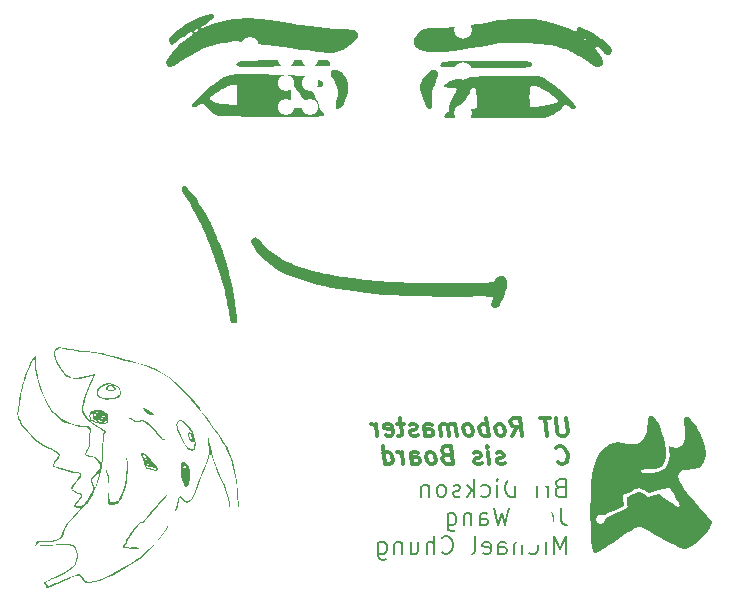
<source format=gbo>
%TF.GenerationSoftware,KiCad,Pcbnew,9.0.0*%
%TF.CreationDate,2025-04-12T13:05:06-05:00*%
%TF.ProjectId,Chassis,43686173-7369-4732-9e6b-696361645f70,rev?*%
%TF.SameCoordinates,Original*%
%TF.FileFunction,Legend,Bot*%
%TF.FilePolarity,Positive*%
%FSLAX46Y46*%
G04 Gerber Fmt 4.6, Leading zero omitted, Abs format (unit mm)*
G04 Created by KiCad (PCBNEW 9.0.0) date 2025-04-12 13:05:06*
%MOMM*%
%LPD*%
G01*
G04 APERTURE LIST*
G04 Aperture macros list*
%AMRotRect*
0 Rectangle, with rotation*
0 The origin of the aperture is its center*
0 $1 length*
0 $2 width*
0 $3 Rotation angle, in degrees counterclockwise*
0 Add horizontal line*
21,1,$1,$2,0,0,$3*%
G04 Aperture macros list end*
%ADD10C,0.187500*%
%ADD11C,0.300000*%
%ADD12C,0.000000*%
%ADD13R,3.800000X3.800000*%
%ADD14C,4.000000*%
%ADD15RotRect,3.800000X3.800000X315.000000*%
%ADD16RotRect,3.800000X3.800000X135.000000*%
%ADD17C,3.200000*%
%ADD18R,1.520000X1.520000*%
%ADD19C,1.520000*%
%ADD20C,1.400000*%
%ADD21C,1.381000*%
%ADD22RotRect,3.800000X3.800000X225.000000*%
%ADD23RotRect,3.800000X3.800000X45.000000*%
G04 APERTURE END LIST*
D10*
X103519502Y-95025964D02*
X103305216Y-95097392D01*
X103305216Y-95097392D02*
X103233787Y-95168821D01*
X103233787Y-95168821D02*
X103162359Y-95311678D01*
X103162359Y-95311678D02*
X103162359Y-95525964D01*
X103162359Y-95525964D02*
X103233787Y-95668821D01*
X103233787Y-95668821D02*
X103305216Y-95740250D01*
X103305216Y-95740250D02*
X103448073Y-95811678D01*
X103448073Y-95811678D02*
X104019502Y-95811678D01*
X104019502Y-95811678D02*
X104019502Y-94311678D01*
X104019502Y-94311678D02*
X103519502Y-94311678D01*
X103519502Y-94311678D02*
X103376645Y-94383107D01*
X103376645Y-94383107D02*
X103305216Y-94454535D01*
X103305216Y-94454535D02*
X103233787Y-94597392D01*
X103233787Y-94597392D02*
X103233787Y-94740250D01*
X103233787Y-94740250D02*
X103305216Y-94883107D01*
X103305216Y-94883107D02*
X103376645Y-94954535D01*
X103376645Y-94954535D02*
X103519502Y-95025964D01*
X103519502Y-95025964D02*
X104019502Y-95025964D01*
X102519502Y-95811678D02*
X102519502Y-94811678D01*
X102519502Y-95097392D02*
X102448073Y-94954535D01*
X102448073Y-94954535D02*
X102376645Y-94883107D01*
X102376645Y-94883107D02*
X102233787Y-94811678D01*
X102233787Y-94811678D02*
X102090930Y-94811678D01*
X101590931Y-95811678D02*
X101590931Y-94811678D01*
X101590931Y-94311678D02*
X101662359Y-94383107D01*
X101662359Y-94383107D02*
X101590931Y-94454535D01*
X101590931Y-94454535D02*
X101519502Y-94383107D01*
X101519502Y-94383107D02*
X101590931Y-94311678D01*
X101590931Y-94311678D02*
X101590931Y-94454535D01*
X99733788Y-95811678D02*
X99733788Y-94311678D01*
X99733788Y-94311678D02*
X99376645Y-94311678D01*
X99376645Y-94311678D02*
X99162359Y-94383107D01*
X99162359Y-94383107D02*
X99019502Y-94525964D01*
X99019502Y-94525964D02*
X98948073Y-94668821D01*
X98948073Y-94668821D02*
X98876645Y-94954535D01*
X98876645Y-94954535D02*
X98876645Y-95168821D01*
X98876645Y-95168821D02*
X98948073Y-95454535D01*
X98948073Y-95454535D02*
X99019502Y-95597392D01*
X99019502Y-95597392D02*
X99162359Y-95740250D01*
X99162359Y-95740250D02*
X99376645Y-95811678D01*
X99376645Y-95811678D02*
X99733788Y-95811678D01*
X98233788Y-95811678D02*
X98233788Y-94811678D01*
X98233788Y-94311678D02*
X98305216Y-94383107D01*
X98305216Y-94383107D02*
X98233788Y-94454535D01*
X98233788Y-94454535D02*
X98162359Y-94383107D01*
X98162359Y-94383107D02*
X98233788Y-94311678D01*
X98233788Y-94311678D02*
X98233788Y-94454535D01*
X96876645Y-95740250D02*
X97019502Y-95811678D01*
X97019502Y-95811678D02*
X97305216Y-95811678D01*
X97305216Y-95811678D02*
X97448073Y-95740250D01*
X97448073Y-95740250D02*
X97519502Y-95668821D01*
X97519502Y-95668821D02*
X97590930Y-95525964D01*
X97590930Y-95525964D02*
X97590930Y-95097392D01*
X97590930Y-95097392D02*
X97519502Y-94954535D01*
X97519502Y-94954535D02*
X97448073Y-94883107D01*
X97448073Y-94883107D02*
X97305216Y-94811678D01*
X97305216Y-94811678D02*
X97019502Y-94811678D01*
X97019502Y-94811678D02*
X96876645Y-94883107D01*
X96233788Y-95811678D02*
X96233788Y-94311678D01*
X96090931Y-95240250D02*
X95662359Y-95811678D01*
X95662359Y-94811678D02*
X96233788Y-95383107D01*
X95090930Y-95740250D02*
X94948073Y-95811678D01*
X94948073Y-95811678D02*
X94662359Y-95811678D01*
X94662359Y-95811678D02*
X94519502Y-95740250D01*
X94519502Y-95740250D02*
X94448073Y-95597392D01*
X94448073Y-95597392D02*
X94448073Y-95525964D01*
X94448073Y-95525964D02*
X94519502Y-95383107D01*
X94519502Y-95383107D02*
X94662359Y-95311678D01*
X94662359Y-95311678D02*
X94876645Y-95311678D01*
X94876645Y-95311678D02*
X95019502Y-95240250D01*
X95019502Y-95240250D02*
X95090930Y-95097392D01*
X95090930Y-95097392D02*
X95090930Y-95025964D01*
X95090930Y-95025964D02*
X95019502Y-94883107D01*
X95019502Y-94883107D02*
X94876645Y-94811678D01*
X94876645Y-94811678D02*
X94662359Y-94811678D01*
X94662359Y-94811678D02*
X94519502Y-94883107D01*
X93590930Y-95811678D02*
X93733787Y-95740250D01*
X93733787Y-95740250D02*
X93805216Y-95668821D01*
X93805216Y-95668821D02*
X93876644Y-95525964D01*
X93876644Y-95525964D02*
X93876644Y-95097392D01*
X93876644Y-95097392D02*
X93805216Y-94954535D01*
X93805216Y-94954535D02*
X93733787Y-94883107D01*
X93733787Y-94883107D02*
X93590930Y-94811678D01*
X93590930Y-94811678D02*
X93376644Y-94811678D01*
X93376644Y-94811678D02*
X93233787Y-94883107D01*
X93233787Y-94883107D02*
X93162359Y-94954535D01*
X93162359Y-94954535D02*
X93090930Y-95097392D01*
X93090930Y-95097392D02*
X93090930Y-95525964D01*
X93090930Y-95525964D02*
X93162359Y-95668821D01*
X93162359Y-95668821D02*
X93233787Y-95740250D01*
X93233787Y-95740250D02*
X93376644Y-95811678D01*
X93376644Y-95811678D02*
X93590930Y-95811678D01*
X92448073Y-94811678D02*
X92448073Y-95811678D01*
X92448073Y-94954535D02*
X92376644Y-94883107D01*
X92376644Y-94883107D02*
X92233787Y-94811678D01*
X92233787Y-94811678D02*
X92019501Y-94811678D01*
X92019501Y-94811678D02*
X91876644Y-94883107D01*
X91876644Y-94883107D02*
X91805216Y-95025964D01*
X91805216Y-95025964D02*
X91805216Y-95811678D01*
X103590930Y-96726594D02*
X103590930Y-97798023D01*
X103590930Y-97798023D02*
X103662359Y-98012308D01*
X103662359Y-98012308D02*
X103805216Y-98155166D01*
X103805216Y-98155166D02*
X104019502Y-98226594D01*
X104019502Y-98226594D02*
X104162359Y-98226594D01*
X102305216Y-98155166D02*
X102448073Y-98226594D01*
X102448073Y-98226594D02*
X102733788Y-98226594D01*
X102733788Y-98226594D02*
X102876645Y-98155166D01*
X102876645Y-98155166D02*
X102948073Y-98012308D01*
X102948073Y-98012308D02*
X102948073Y-97440880D01*
X102948073Y-97440880D02*
X102876645Y-97298023D01*
X102876645Y-97298023D02*
X102733788Y-97226594D01*
X102733788Y-97226594D02*
X102448073Y-97226594D01*
X102448073Y-97226594D02*
X102305216Y-97298023D01*
X102305216Y-97298023D02*
X102233788Y-97440880D01*
X102233788Y-97440880D02*
X102233788Y-97583737D01*
X102233788Y-97583737D02*
X102948073Y-97726594D01*
X100948074Y-98226594D02*
X100948074Y-96726594D01*
X100948074Y-98155166D02*
X101090931Y-98226594D01*
X101090931Y-98226594D02*
X101376645Y-98226594D01*
X101376645Y-98226594D02*
X101519502Y-98155166D01*
X101519502Y-98155166D02*
X101590931Y-98083737D01*
X101590931Y-98083737D02*
X101662359Y-97940880D01*
X101662359Y-97940880D02*
X101662359Y-97512308D01*
X101662359Y-97512308D02*
X101590931Y-97369451D01*
X101590931Y-97369451D02*
X101519502Y-97298023D01*
X101519502Y-97298023D02*
X101376645Y-97226594D01*
X101376645Y-97226594D02*
X101090931Y-97226594D01*
X101090931Y-97226594D02*
X100948074Y-97298023D01*
X99233788Y-96726594D02*
X98876645Y-98226594D01*
X98876645Y-98226594D02*
X98590931Y-97155166D01*
X98590931Y-97155166D02*
X98305216Y-98226594D01*
X98305216Y-98226594D02*
X97948074Y-96726594D01*
X96733788Y-98226594D02*
X96733788Y-97440880D01*
X96733788Y-97440880D02*
X96805216Y-97298023D01*
X96805216Y-97298023D02*
X96948073Y-97226594D01*
X96948073Y-97226594D02*
X97233788Y-97226594D01*
X97233788Y-97226594D02*
X97376645Y-97298023D01*
X96733788Y-98155166D02*
X96876645Y-98226594D01*
X96876645Y-98226594D02*
X97233788Y-98226594D01*
X97233788Y-98226594D02*
X97376645Y-98155166D01*
X97376645Y-98155166D02*
X97448073Y-98012308D01*
X97448073Y-98012308D02*
X97448073Y-97869451D01*
X97448073Y-97869451D02*
X97376645Y-97726594D01*
X97376645Y-97726594D02*
X97233788Y-97655166D01*
X97233788Y-97655166D02*
X96876645Y-97655166D01*
X96876645Y-97655166D02*
X96733788Y-97583737D01*
X96019502Y-97226594D02*
X96019502Y-98226594D01*
X96019502Y-97369451D02*
X95948073Y-97298023D01*
X95948073Y-97298023D02*
X95805216Y-97226594D01*
X95805216Y-97226594D02*
X95590930Y-97226594D01*
X95590930Y-97226594D02*
X95448073Y-97298023D01*
X95448073Y-97298023D02*
X95376645Y-97440880D01*
X95376645Y-97440880D02*
X95376645Y-98226594D01*
X94019502Y-97226594D02*
X94019502Y-98440880D01*
X94019502Y-98440880D02*
X94090930Y-98583737D01*
X94090930Y-98583737D02*
X94162359Y-98655166D01*
X94162359Y-98655166D02*
X94305216Y-98726594D01*
X94305216Y-98726594D02*
X94519502Y-98726594D01*
X94519502Y-98726594D02*
X94662359Y-98655166D01*
X94019502Y-98155166D02*
X94162359Y-98226594D01*
X94162359Y-98226594D02*
X94448073Y-98226594D01*
X94448073Y-98226594D02*
X94590930Y-98155166D01*
X94590930Y-98155166D02*
X94662359Y-98083737D01*
X94662359Y-98083737D02*
X94733787Y-97940880D01*
X94733787Y-97940880D02*
X94733787Y-97512308D01*
X94733787Y-97512308D02*
X94662359Y-97369451D01*
X94662359Y-97369451D02*
X94590930Y-97298023D01*
X94590930Y-97298023D02*
X94448073Y-97226594D01*
X94448073Y-97226594D02*
X94162359Y-97226594D01*
X94162359Y-97226594D02*
X94019502Y-97298023D01*
X104019502Y-100641510D02*
X104019502Y-99141510D01*
X104019502Y-99141510D02*
X103519502Y-100212939D01*
X103519502Y-100212939D02*
X103019502Y-99141510D01*
X103019502Y-99141510D02*
X103019502Y-100641510D01*
X102305216Y-100641510D02*
X102305216Y-99641510D01*
X102305216Y-99141510D02*
X102376644Y-99212939D01*
X102376644Y-99212939D02*
X102305216Y-99284367D01*
X102305216Y-99284367D02*
X102233787Y-99212939D01*
X102233787Y-99212939D02*
X102305216Y-99141510D01*
X102305216Y-99141510D02*
X102305216Y-99284367D01*
X100948073Y-100570082D02*
X101090930Y-100641510D01*
X101090930Y-100641510D02*
X101376644Y-100641510D01*
X101376644Y-100641510D02*
X101519501Y-100570082D01*
X101519501Y-100570082D02*
X101590930Y-100498653D01*
X101590930Y-100498653D02*
X101662358Y-100355796D01*
X101662358Y-100355796D02*
X101662358Y-99927224D01*
X101662358Y-99927224D02*
X101590930Y-99784367D01*
X101590930Y-99784367D02*
X101519501Y-99712939D01*
X101519501Y-99712939D02*
X101376644Y-99641510D01*
X101376644Y-99641510D02*
X101090930Y-99641510D01*
X101090930Y-99641510D02*
X100948073Y-99712939D01*
X100305216Y-100641510D02*
X100305216Y-99141510D01*
X99662359Y-100641510D02*
X99662359Y-99855796D01*
X99662359Y-99855796D02*
X99733787Y-99712939D01*
X99733787Y-99712939D02*
X99876644Y-99641510D01*
X99876644Y-99641510D02*
X100090930Y-99641510D01*
X100090930Y-99641510D02*
X100233787Y-99712939D01*
X100233787Y-99712939D02*
X100305216Y-99784367D01*
X98305216Y-100641510D02*
X98305216Y-99855796D01*
X98305216Y-99855796D02*
X98376644Y-99712939D01*
X98376644Y-99712939D02*
X98519501Y-99641510D01*
X98519501Y-99641510D02*
X98805216Y-99641510D01*
X98805216Y-99641510D02*
X98948073Y-99712939D01*
X98305216Y-100570082D02*
X98448073Y-100641510D01*
X98448073Y-100641510D02*
X98805216Y-100641510D01*
X98805216Y-100641510D02*
X98948073Y-100570082D01*
X98948073Y-100570082D02*
X99019501Y-100427224D01*
X99019501Y-100427224D02*
X99019501Y-100284367D01*
X99019501Y-100284367D02*
X98948073Y-100141510D01*
X98948073Y-100141510D02*
X98805216Y-100070082D01*
X98805216Y-100070082D02*
X98448073Y-100070082D01*
X98448073Y-100070082D02*
X98305216Y-99998653D01*
X97019501Y-100570082D02*
X97162358Y-100641510D01*
X97162358Y-100641510D02*
X97448073Y-100641510D01*
X97448073Y-100641510D02*
X97590930Y-100570082D01*
X97590930Y-100570082D02*
X97662358Y-100427224D01*
X97662358Y-100427224D02*
X97662358Y-99855796D01*
X97662358Y-99855796D02*
X97590930Y-99712939D01*
X97590930Y-99712939D02*
X97448073Y-99641510D01*
X97448073Y-99641510D02*
X97162358Y-99641510D01*
X97162358Y-99641510D02*
X97019501Y-99712939D01*
X97019501Y-99712939D02*
X96948073Y-99855796D01*
X96948073Y-99855796D02*
X96948073Y-99998653D01*
X96948073Y-99998653D02*
X97662358Y-100141510D01*
X96090930Y-100641510D02*
X96233787Y-100570082D01*
X96233787Y-100570082D02*
X96305216Y-100427224D01*
X96305216Y-100427224D02*
X96305216Y-99141510D01*
X93519502Y-100498653D02*
X93590930Y-100570082D01*
X93590930Y-100570082D02*
X93805216Y-100641510D01*
X93805216Y-100641510D02*
X93948073Y-100641510D01*
X93948073Y-100641510D02*
X94162359Y-100570082D01*
X94162359Y-100570082D02*
X94305216Y-100427224D01*
X94305216Y-100427224D02*
X94376645Y-100284367D01*
X94376645Y-100284367D02*
X94448073Y-99998653D01*
X94448073Y-99998653D02*
X94448073Y-99784367D01*
X94448073Y-99784367D02*
X94376645Y-99498653D01*
X94376645Y-99498653D02*
X94305216Y-99355796D01*
X94305216Y-99355796D02*
X94162359Y-99212939D01*
X94162359Y-99212939D02*
X93948073Y-99141510D01*
X93948073Y-99141510D02*
X93805216Y-99141510D01*
X93805216Y-99141510D02*
X93590930Y-99212939D01*
X93590930Y-99212939D02*
X93519502Y-99284367D01*
X92876645Y-100641510D02*
X92876645Y-99141510D01*
X92233788Y-100641510D02*
X92233788Y-99855796D01*
X92233788Y-99855796D02*
X92305216Y-99712939D01*
X92305216Y-99712939D02*
X92448073Y-99641510D01*
X92448073Y-99641510D02*
X92662359Y-99641510D01*
X92662359Y-99641510D02*
X92805216Y-99712939D01*
X92805216Y-99712939D02*
X92876645Y-99784367D01*
X90876645Y-99641510D02*
X90876645Y-100641510D01*
X91519502Y-99641510D02*
X91519502Y-100427224D01*
X91519502Y-100427224D02*
X91448073Y-100570082D01*
X91448073Y-100570082D02*
X91305216Y-100641510D01*
X91305216Y-100641510D02*
X91090930Y-100641510D01*
X91090930Y-100641510D02*
X90948073Y-100570082D01*
X90948073Y-100570082D02*
X90876645Y-100498653D01*
X90162359Y-99641510D02*
X90162359Y-100641510D01*
X90162359Y-99784367D02*
X90090930Y-99712939D01*
X90090930Y-99712939D02*
X89948073Y-99641510D01*
X89948073Y-99641510D02*
X89733787Y-99641510D01*
X89733787Y-99641510D02*
X89590930Y-99712939D01*
X89590930Y-99712939D02*
X89519502Y-99855796D01*
X89519502Y-99855796D02*
X89519502Y-100641510D01*
X88162359Y-99641510D02*
X88162359Y-100855796D01*
X88162359Y-100855796D02*
X88233787Y-100998653D01*
X88233787Y-100998653D02*
X88305216Y-101070082D01*
X88305216Y-101070082D02*
X88448073Y-101141510D01*
X88448073Y-101141510D02*
X88662359Y-101141510D01*
X88662359Y-101141510D02*
X88805216Y-101070082D01*
X88162359Y-100570082D02*
X88305216Y-100641510D01*
X88305216Y-100641510D02*
X88590930Y-100641510D01*
X88590930Y-100641510D02*
X88733787Y-100570082D01*
X88733787Y-100570082D02*
X88805216Y-100498653D01*
X88805216Y-100498653D02*
X88876644Y-100355796D01*
X88876644Y-100355796D02*
X88876644Y-99927224D01*
X88876644Y-99927224D02*
X88805216Y-99784367D01*
X88805216Y-99784367D02*
X88733787Y-99712939D01*
X88733787Y-99712939D02*
X88590930Y-99641510D01*
X88590930Y-99641510D02*
X88305216Y-99641510D01*
X88305216Y-99641510D02*
X88162359Y-99712939D01*
D11*
X104016917Y-89135912D02*
X104168703Y-90350198D01*
X104168703Y-90350198D02*
X104115132Y-90493055D01*
X104115132Y-90493055D02*
X104052632Y-90564484D01*
X104052632Y-90564484D02*
X103918703Y-90635912D01*
X103918703Y-90635912D02*
X103632989Y-90635912D01*
X103632989Y-90635912D02*
X103481203Y-90564484D01*
X103481203Y-90564484D02*
X103400846Y-90493055D01*
X103400846Y-90493055D02*
X103311560Y-90350198D01*
X103311560Y-90350198D02*
X103159774Y-89135912D01*
X102659774Y-89135912D02*
X101802631Y-89135912D01*
X102418703Y-90635912D02*
X102231203Y-89135912D01*
X99490131Y-90635912D02*
X99900846Y-89921626D01*
X100347274Y-90635912D02*
X100159774Y-89135912D01*
X100159774Y-89135912D02*
X99588346Y-89135912D01*
X99588346Y-89135912D02*
X99454417Y-89207341D01*
X99454417Y-89207341D02*
X99391917Y-89278769D01*
X99391917Y-89278769D02*
X99338346Y-89421626D01*
X99338346Y-89421626D02*
X99365131Y-89635912D01*
X99365131Y-89635912D02*
X99454417Y-89778769D01*
X99454417Y-89778769D02*
X99534774Y-89850198D01*
X99534774Y-89850198D02*
X99686560Y-89921626D01*
X99686560Y-89921626D02*
X100257989Y-89921626D01*
X98632989Y-90635912D02*
X98766917Y-90564484D01*
X98766917Y-90564484D02*
X98829417Y-90493055D01*
X98829417Y-90493055D02*
X98882989Y-90350198D01*
X98882989Y-90350198D02*
X98829417Y-89921626D01*
X98829417Y-89921626D02*
X98740131Y-89778769D01*
X98740131Y-89778769D02*
X98659774Y-89707341D01*
X98659774Y-89707341D02*
X98507989Y-89635912D01*
X98507989Y-89635912D02*
X98293703Y-89635912D01*
X98293703Y-89635912D02*
X98159774Y-89707341D01*
X98159774Y-89707341D02*
X98097274Y-89778769D01*
X98097274Y-89778769D02*
X98043703Y-89921626D01*
X98043703Y-89921626D02*
X98097274Y-90350198D01*
X98097274Y-90350198D02*
X98186560Y-90493055D01*
X98186560Y-90493055D02*
X98266917Y-90564484D01*
X98266917Y-90564484D02*
X98418703Y-90635912D01*
X98418703Y-90635912D02*
X98632989Y-90635912D01*
X97490131Y-90635912D02*
X97302631Y-89135912D01*
X97374060Y-89707341D02*
X97222274Y-89635912D01*
X97222274Y-89635912D02*
X96936560Y-89635912D01*
X96936560Y-89635912D02*
X96802631Y-89707341D01*
X96802631Y-89707341D02*
X96740131Y-89778769D01*
X96740131Y-89778769D02*
X96686560Y-89921626D01*
X96686560Y-89921626D02*
X96740131Y-90350198D01*
X96740131Y-90350198D02*
X96829417Y-90493055D01*
X96829417Y-90493055D02*
X96909774Y-90564484D01*
X96909774Y-90564484D02*
X97061560Y-90635912D01*
X97061560Y-90635912D02*
X97347274Y-90635912D01*
X97347274Y-90635912D02*
X97481203Y-90564484D01*
X95918703Y-90635912D02*
X96052631Y-90564484D01*
X96052631Y-90564484D02*
X96115131Y-90493055D01*
X96115131Y-90493055D02*
X96168703Y-90350198D01*
X96168703Y-90350198D02*
X96115131Y-89921626D01*
X96115131Y-89921626D02*
X96025845Y-89778769D01*
X96025845Y-89778769D02*
X95945488Y-89707341D01*
X95945488Y-89707341D02*
X95793703Y-89635912D01*
X95793703Y-89635912D02*
X95579417Y-89635912D01*
X95579417Y-89635912D02*
X95445488Y-89707341D01*
X95445488Y-89707341D02*
X95382988Y-89778769D01*
X95382988Y-89778769D02*
X95329417Y-89921626D01*
X95329417Y-89921626D02*
X95382988Y-90350198D01*
X95382988Y-90350198D02*
X95472274Y-90493055D01*
X95472274Y-90493055D02*
X95552631Y-90564484D01*
X95552631Y-90564484D02*
X95704417Y-90635912D01*
X95704417Y-90635912D02*
X95918703Y-90635912D01*
X94775845Y-90635912D02*
X94650845Y-89635912D01*
X94668702Y-89778769D02*
X94588345Y-89707341D01*
X94588345Y-89707341D02*
X94436560Y-89635912D01*
X94436560Y-89635912D02*
X94222274Y-89635912D01*
X94222274Y-89635912D02*
X94088345Y-89707341D01*
X94088345Y-89707341D02*
X94034774Y-89850198D01*
X94034774Y-89850198D02*
X94132988Y-90635912D01*
X94034774Y-89850198D02*
X93945488Y-89707341D01*
X93945488Y-89707341D02*
X93793702Y-89635912D01*
X93793702Y-89635912D02*
X93579417Y-89635912D01*
X93579417Y-89635912D02*
X93445488Y-89707341D01*
X93445488Y-89707341D02*
X93391917Y-89850198D01*
X93391917Y-89850198D02*
X93490131Y-90635912D01*
X92132988Y-90635912D02*
X92034774Y-89850198D01*
X92034774Y-89850198D02*
X92088345Y-89707341D01*
X92088345Y-89707341D02*
X92222274Y-89635912D01*
X92222274Y-89635912D02*
X92507988Y-89635912D01*
X92507988Y-89635912D02*
X92659774Y-89707341D01*
X92124060Y-90564484D02*
X92275845Y-90635912D01*
X92275845Y-90635912D02*
X92632988Y-90635912D01*
X92632988Y-90635912D02*
X92766917Y-90564484D01*
X92766917Y-90564484D02*
X92820488Y-90421626D01*
X92820488Y-90421626D02*
X92802631Y-90278769D01*
X92802631Y-90278769D02*
X92713345Y-90135912D01*
X92713345Y-90135912D02*
X92561560Y-90064484D01*
X92561560Y-90064484D02*
X92204417Y-90064484D01*
X92204417Y-90064484D02*
X92052631Y-89993055D01*
X91481202Y-90564484D02*
X91347274Y-90635912D01*
X91347274Y-90635912D02*
X91061559Y-90635912D01*
X91061559Y-90635912D02*
X90909774Y-90564484D01*
X90909774Y-90564484D02*
X90820488Y-90421626D01*
X90820488Y-90421626D02*
X90811559Y-90350198D01*
X90811559Y-90350198D02*
X90865131Y-90207341D01*
X90865131Y-90207341D02*
X90999059Y-90135912D01*
X90999059Y-90135912D02*
X91213345Y-90135912D01*
X91213345Y-90135912D02*
X91347274Y-90064484D01*
X91347274Y-90064484D02*
X91400845Y-89921626D01*
X91400845Y-89921626D02*
X91391917Y-89850198D01*
X91391917Y-89850198D02*
X91302631Y-89707341D01*
X91302631Y-89707341D02*
X91150845Y-89635912D01*
X91150845Y-89635912D02*
X90936559Y-89635912D01*
X90936559Y-89635912D02*
X90802631Y-89707341D01*
X90293702Y-89635912D02*
X89722273Y-89635912D01*
X90016916Y-89135912D02*
X90177631Y-90421626D01*
X90177631Y-90421626D02*
X90124059Y-90564484D01*
X90124059Y-90564484D02*
X89990131Y-90635912D01*
X89990131Y-90635912D02*
X89847273Y-90635912D01*
X88766916Y-90564484D02*
X88918702Y-90635912D01*
X88918702Y-90635912D02*
X89204416Y-90635912D01*
X89204416Y-90635912D02*
X89338345Y-90564484D01*
X89338345Y-90564484D02*
X89391916Y-90421626D01*
X89391916Y-90421626D02*
X89320488Y-89850198D01*
X89320488Y-89850198D02*
X89231202Y-89707341D01*
X89231202Y-89707341D02*
X89079416Y-89635912D01*
X89079416Y-89635912D02*
X88793702Y-89635912D01*
X88793702Y-89635912D02*
X88659773Y-89707341D01*
X88659773Y-89707341D02*
X88606202Y-89850198D01*
X88606202Y-89850198D02*
X88624059Y-89993055D01*
X88624059Y-89993055D02*
X89356202Y-90135912D01*
X88061559Y-90635912D02*
X87936559Y-89635912D01*
X87972274Y-89921626D02*
X87882988Y-89778769D01*
X87882988Y-89778769D02*
X87802631Y-89707341D01*
X87802631Y-89707341D02*
X87650845Y-89635912D01*
X87650845Y-89635912D02*
X87507988Y-89635912D01*
X103329417Y-92907971D02*
X103409774Y-92979400D01*
X103409774Y-92979400D02*
X103632989Y-93050828D01*
X103632989Y-93050828D02*
X103775846Y-93050828D01*
X103775846Y-93050828D02*
X103981203Y-92979400D01*
X103981203Y-92979400D02*
X104106203Y-92836542D01*
X104106203Y-92836542D02*
X104159774Y-92693685D01*
X104159774Y-92693685D02*
X104195489Y-92407971D01*
X104195489Y-92407971D02*
X104168703Y-92193685D01*
X104168703Y-92193685D02*
X104061560Y-91907971D01*
X104061560Y-91907971D02*
X103972274Y-91765114D01*
X103972274Y-91765114D02*
X103811560Y-91622257D01*
X103811560Y-91622257D02*
X103588346Y-91550828D01*
X103588346Y-91550828D02*
X103445489Y-91550828D01*
X103445489Y-91550828D02*
X103240132Y-91622257D01*
X103240132Y-91622257D02*
X103177632Y-91693685D01*
X102704417Y-93050828D02*
X102516917Y-91550828D01*
X102061560Y-93050828D02*
X101963346Y-92265114D01*
X101963346Y-92265114D02*
X102016917Y-92122257D01*
X102016917Y-92122257D02*
X102150846Y-92050828D01*
X102150846Y-92050828D02*
X102365132Y-92050828D01*
X102365132Y-92050828D02*
X102516917Y-92122257D01*
X102516917Y-92122257D02*
X102597274Y-92193685D01*
X100704417Y-93050828D02*
X100606203Y-92265114D01*
X100606203Y-92265114D02*
X100659774Y-92122257D01*
X100659774Y-92122257D02*
X100793703Y-92050828D01*
X100793703Y-92050828D02*
X101079417Y-92050828D01*
X101079417Y-92050828D02*
X101231203Y-92122257D01*
X100695489Y-92979400D02*
X100847274Y-93050828D01*
X100847274Y-93050828D02*
X101204417Y-93050828D01*
X101204417Y-93050828D02*
X101338346Y-92979400D01*
X101338346Y-92979400D02*
X101391917Y-92836542D01*
X101391917Y-92836542D02*
X101374060Y-92693685D01*
X101374060Y-92693685D02*
X101284774Y-92550828D01*
X101284774Y-92550828D02*
X101132989Y-92479400D01*
X101132989Y-92479400D02*
X100775846Y-92479400D01*
X100775846Y-92479400D02*
X100624060Y-92407971D01*
X100052631Y-92979400D02*
X99918703Y-93050828D01*
X99918703Y-93050828D02*
X99632988Y-93050828D01*
X99632988Y-93050828D02*
X99481203Y-92979400D01*
X99481203Y-92979400D02*
X99391917Y-92836542D01*
X99391917Y-92836542D02*
X99382988Y-92765114D01*
X99382988Y-92765114D02*
X99436560Y-92622257D01*
X99436560Y-92622257D02*
X99570488Y-92550828D01*
X99570488Y-92550828D02*
X99784774Y-92550828D01*
X99784774Y-92550828D02*
X99918703Y-92479400D01*
X99918703Y-92479400D02*
X99972274Y-92336542D01*
X99972274Y-92336542D02*
X99963346Y-92265114D01*
X99963346Y-92265114D02*
X99874060Y-92122257D01*
X99874060Y-92122257D02*
X99722274Y-92050828D01*
X99722274Y-92050828D02*
X99507988Y-92050828D01*
X99507988Y-92050828D02*
X99374060Y-92122257D01*
X98838345Y-92979400D02*
X98704417Y-93050828D01*
X98704417Y-93050828D02*
X98418702Y-93050828D01*
X98418702Y-93050828D02*
X98266917Y-92979400D01*
X98266917Y-92979400D02*
X98177631Y-92836542D01*
X98177631Y-92836542D02*
X98168702Y-92765114D01*
X98168702Y-92765114D02*
X98222274Y-92622257D01*
X98222274Y-92622257D02*
X98356202Y-92550828D01*
X98356202Y-92550828D02*
X98570488Y-92550828D01*
X98570488Y-92550828D02*
X98704417Y-92479400D01*
X98704417Y-92479400D02*
X98757988Y-92336542D01*
X98757988Y-92336542D02*
X98749060Y-92265114D01*
X98749060Y-92265114D02*
X98659774Y-92122257D01*
X98659774Y-92122257D02*
X98507988Y-92050828D01*
X98507988Y-92050828D02*
X98293702Y-92050828D01*
X98293702Y-92050828D02*
X98159774Y-92122257D01*
X97561559Y-93050828D02*
X97436559Y-92050828D01*
X97374059Y-91550828D02*
X97454416Y-91622257D01*
X97454416Y-91622257D02*
X97391916Y-91693685D01*
X97391916Y-91693685D02*
X97311559Y-91622257D01*
X97311559Y-91622257D02*
X97374059Y-91550828D01*
X97374059Y-91550828D02*
X97391916Y-91693685D01*
X96909773Y-92979400D02*
X96775845Y-93050828D01*
X96775845Y-93050828D02*
X96490130Y-93050828D01*
X96490130Y-93050828D02*
X96338345Y-92979400D01*
X96338345Y-92979400D02*
X96249059Y-92836542D01*
X96249059Y-92836542D02*
X96240130Y-92765114D01*
X96240130Y-92765114D02*
X96293702Y-92622257D01*
X96293702Y-92622257D02*
X96427630Y-92550828D01*
X96427630Y-92550828D02*
X96641916Y-92550828D01*
X96641916Y-92550828D02*
X96775845Y-92479400D01*
X96775845Y-92479400D02*
X96829416Y-92336542D01*
X96829416Y-92336542D02*
X96820488Y-92265114D01*
X96820488Y-92265114D02*
X96731202Y-92122257D01*
X96731202Y-92122257D02*
X96579416Y-92050828D01*
X96579416Y-92050828D02*
X96365130Y-92050828D01*
X96365130Y-92050828D02*
X96231202Y-92122257D01*
X93891916Y-92265114D02*
X93686559Y-92336542D01*
X93686559Y-92336542D02*
X93624059Y-92407971D01*
X93624059Y-92407971D02*
X93570487Y-92550828D01*
X93570487Y-92550828D02*
X93597273Y-92765114D01*
X93597273Y-92765114D02*
X93686559Y-92907971D01*
X93686559Y-92907971D02*
X93766916Y-92979400D01*
X93766916Y-92979400D02*
X93918702Y-93050828D01*
X93918702Y-93050828D02*
X94490130Y-93050828D01*
X94490130Y-93050828D02*
X94302630Y-91550828D01*
X94302630Y-91550828D02*
X93802630Y-91550828D01*
X93802630Y-91550828D02*
X93668702Y-91622257D01*
X93668702Y-91622257D02*
X93606202Y-91693685D01*
X93606202Y-91693685D02*
X93552630Y-91836542D01*
X93552630Y-91836542D02*
X93570487Y-91979400D01*
X93570487Y-91979400D02*
X93659773Y-92122257D01*
X93659773Y-92122257D02*
X93740130Y-92193685D01*
X93740130Y-92193685D02*
X93891916Y-92265114D01*
X93891916Y-92265114D02*
X94391916Y-92265114D01*
X92775845Y-93050828D02*
X92909773Y-92979400D01*
X92909773Y-92979400D02*
X92972273Y-92907971D01*
X92972273Y-92907971D02*
X93025845Y-92765114D01*
X93025845Y-92765114D02*
X92972273Y-92336542D01*
X92972273Y-92336542D02*
X92882987Y-92193685D01*
X92882987Y-92193685D02*
X92802630Y-92122257D01*
X92802630Y-92122257D02*
X92650845Y-92050828D01*
X92650845Y-92050828D02*
X92436559Y-92050828D01*
X92436559Y-92050828D02*
X92302630Y-92122257D01*
X92302630Y-92122257D02*
X92240130Y-92193685D01*
X92240130Y-92193685D02*
X92186559Y-92336542D01*
X92186559Y-92336542D02*
X92240130Y-92765114D01*
X92240130Y-92765114D02*
X92329416Y-92907971D01*
X92329416Y-92907971D02*
X92409773Y-92979400D01*
X92409773Y-92979400D02*
X92561559Y-93050828D01*
X92561559Y-93050828D02*
X92775845Y-93050828D01*
X90990130Y-93050828D02*
X90891916Y-92265114D01*
X90891916Y-92265114D02*
X90945487Y-92122257D01*
X90945487Y-92122257D02*
X91079416Y-92050828D01*
X91079416Y-92050828D02*
X91365130Y-92050828D01*
X91365130Y-92050828D02*
X91516916Y-92122257D01*
X90981202Y-92979400D02*
X91132987Y-93050828D01*
X91132987Y-93050828D02*
X91490130Y-93050828D01*
X91490130Y-93050828D02*
X91624059Y-92979400D01*
X91624059Y-92979400D02*
X91677630Y-92836542D01*
X91677630Y-92836542D02*
X91659773Y-92693685D01*
X91659773Y-92693685D02*
X91570487Y-92550828D01*
X91570487Y-92550828D02*
X91418702Y-92479400D01*
X91418702Y-92479400D02*
X91061559Y-92479400D01*
X91061559Y-92479400D02*
X90909773Y-92407971D01*
X90275844Y-93050828D02*
X90150844Y-92050828D01*
X90186559Y-92336542D02*
X90097273Y-92193685D01*
X90097273Y-92193685D02*
X90016916Y-92122257D01*
X90016916Y-92122257D02*
X89865130Y-92050828D01*
X89865130Y-92050828D02*
X89722273Y-92050828D01*
X88704416Y-93050828D02*
X88516916Y-91550828D01*
X88695488Y-92979400D02*
X88847273Y-93050828D01*
X88847273Y-93050828D02*
X89132988Y-93050828D01*
X89132988Y-93050828D02*
X89266916Y-92979400D01*
X89266916Y-92979400D02*
X89329416Y-92907971D01*
X89329416Y-92907971D02*
X89382988Y-92765114D01*
X89382988Y-92765114D02*
X89329416Y-92336542D01*
X89329416Y-92336542D02*
X89240130Y-92193685D01*
X89240130Y-92193685D02*
X89159773Y-92122257D01*
X89159773Y-92122257D02*
X89007988Y-92050828D01*
X89007988Y-92050828D02*
X88722273Y-92050828D01*
X88722273Y-92050828D02*
X88588345Y-92122257D01*
D12*
G36*
X84611736Y-59655261D02*
G01*
X84861830Y-59758273D01*
X85122664Y-59949436D01*
X85169411Y-59992566D01*
X85394978Y-60242469D01*
X85531367Y-60500089D01*
X85607447Y-60817094D01*
X85613173Y-60862100D01*
X85611875Y-61159451D01*
X85560289Y-61504735D01*
X85468627Y-61867760D01*
X85347098Y-62218330D01*
X85205910Y-62526251D01*
X85055275Y-62761330D01*
X84905400Y-62893372D01*
X84771200Y-62948295D01*
X84619775Y-62961109D01*
X84544541Y-62875613D01*
X84541982Y-62685790D01*
X84608580Y-62385621D01*
X84705012Y-61875046D01*
X84705480Y-61379500D01*
X84608807Y-60934578D01*
X84417397Y-60563190D01*
X84294744Y-60387634D01*
X84176955Y-60181873D01*
X84130368Y-60021418D01*
X84142555Y-59875158D01*
X84228952Y-59720152D01*
X84393678Y-59642017D01*
X84611736Y-59655261D01*
G37*
G36*
X93091699Y-59734875D02*
G01*
X93189635Y-59812044D01*
X93240805Y-59922244D01*
X93231992Y-60101639D01*
X93221924Y-60155267D01*
X93160398Y-60364293D01*
X93061360Y-60631962D01*
X92940779Y-60913738D01*
X92888999Y-61027000D01*
X92791609Y-61254470D01*
X92731104Y-61441380D01*
X92698727Y-61631289D01*
X92685723Y-61867755D01*
X92683334Y-62194334D01*
X92683330Y-62206664D01*
X92678476Y-62547498D01*
X92662811Y-62775560D01*
X92633918Y-62910894D01*
X92589379Y-62973544D01*
X92537973Y-62997118D01*
X92422713Y-63003138D01*
X92329053Y-62926113D01*
X92202080Y-62738359D01*
X92068639Y-62474195D01*
X91939789Y-62163247D01*
X91826589Y-61835143D01*
X91740098Y-61519510D01*
X91691374Y-61245973D01*
X91691478Y-61044161D01*
X91754604Y-60802488D01*
X91968178Y-60373649D01*
X92298256Y-59985210D01*
X92520394Y-59795793D01*
X92731043Y-59677212D01*
X92913965Y-59659277D01*
X93091699Y-59734875D01*
G37*
G36*
X83254687Y-58795022D02*
G01*
X83574788Y-58800920D01*
X83791819Y-58810605D01*
X83890686Y-58824354D01*
X84012798Y-58923917D01*
X84050000Y-59099093D01*
X84050000Y-59099782D01*
X84045086Y-59246096D01*
X84033334Y-59315099D01*
X84020674Y-59316352D01*
X83901181Y-59320232D01*
X83665894Y-59325176D01*
X83327210Y-59331002D01*
X82897523Y-59337526D01*
X82389230Y-59344566D01*
X81814726Y-59351940D01*
X81186406Y-59359464D01*
X80516667Y-59366955D01*
X80290014Y-59369427D01*
X79616167Y-59377057D01*
X78977998Y-59384688D01*
X78389457Y-59392128D01*
X77864493Y-59399185D01*
X77417057Y-59405669D01*
X77061097Y-59411385D01*
X76810565Y-59416143D01*
X76679409Y-59419751D01*
X76530894Y-59417968D01*
X76306524Y-59373221D01*
X76165236Y-59288576D01*
X76118881Y-59180873D01*
X76179312Y-59066950D01*
X76358381Y-58963647D01*
X76405620Y-58953625D01*
X76583456Y-58935835D01*
X76869587Y-58917922D01*
X77248915Y-58900165D01*
X77706343Y-58882844D01*
X78226773Y-58866238D01*
X78795108Y-58850627D01*
X79396250Y-58836288D01*
X80015103Y-58823502D01*
X80636569Y-58812547D01*
X81245551Y-58803704D01*
X81826951Y-58797250D01*
X82365672Y-58793466D01*
X82846616Y-58792630D01*
X83254687Y-58795022D01*
G37*
G36*
X99625482Y-58907989D02*
G01*
X100049189Y-58911139D01*
X100390755Y-58916230D01*
X100634937Y-58923384D01*
X100766494Y-58932723D01*
X100771304Y-58933451D01*
X101002919Y-59002056D01*
X101133461Y-59110999D01*
X101152311Y-59243372D01*
X101048851Y-59382269D01*
X101041088Y-59388415D01*
X101001000Y-59414106D01*
X100945929Y-59435643D01*
X100865115Y-59453319D01*
X100747800Y-59467426D01*
X100583225Y-59478259D01*
X100360631Y-59486110D01*
X100069259Y-59491272D01*
X99698351Y-59494039D01*
X99237148Y-59494703D01*
X98674891Y-59493557D01*
X98000822Y-59490896D01*
X97204181Y-59487011D01*
X96891828Y-59485420D01*
X96125219Y-59481310D01*
X95478389Y-59476881D01*
X94941419Y-59471285D01*
X94504387Y-59463673D01*
X94157374Y-59453198D01*
X93890457Y-59439013D01*
X93693717Y-59420268D01*
X93557232Y-59396118D01*
X93471081Y-59365713D01*
X93425344Y-59328205D01*
X93410100Y-59282748D01*
X93415428Y-59228493D01*
X93431408Y-59164593D01*
X93461991Y-59096835D01*
X93573237Y-58990017D01*
X93577664Y-58988487D01*
X93682161Y-58977444D01*
X93902667Y-58966765D01*
X94223939Y-58956570D01*
X94630734Y-58946981D01*
X95107811Y-58938120D01*
X95639927Y-58930108D01*
X96211839Y-58923066D01*
X96808307Y-58917116D01*
X97414086Y-58912379D01*
X98013936Y-58908976D01*
X98592613Y-58907029D01*
X99134876Y-58906660D01*
X99625482Y-58907989D01*
G37*
G36*
X71790550Y-69495419D02*
G01*
X71962321Y-69605138D01*
X72070386Y-69716435D01*
X72283142Y-69970282D01*
X72523941Y-70288494D01*
X72769735Y-70638946D01*
X72997474Y-70989513D01*
X73184111Y-71308070D01*
X73227476Y-71387113D01*
X73380703Y-71655304D01*
X73524681Y-71892694D01*
X73633094Y-72055475D01*
X73702552Y-72163845D01*
X73817267Y-72369152D01*
X73952556Y-72628805D01*
X74094486Y-72914110D01*
X74229127Y-73196374D01*
X74342547Y-73446905D01*
X74420815Y-73637009D01*
X74450000Y-73737994D01*
X74463558Y-73793268D01*
X74524122Y-73944631D01*
X74616804Y-74140271D01*
X74618696Y-74144029D01*
X74715469Y-74361229D01*
X74836174Y-74668113D01*
X74970412Y-75034099D01*
X75107783Y-75428606D01*
X75237886Y-75821054D01*
X75350322Y-76180862D01*
X75434691Y-76477450D01*
X75480593Y-76680235D01*
X75484703Y-76704735D01*
X75532103Y-76930734D01*
X75603516Y-77219760D01*
X75685158Y-77515526D01*
X75691777Y-77538333D01*
X75774295Y-77857360D01*
X75843909Y-78184134D01*
X75886155Y-78451316D01*
X75905347Y-78607140D01*
X75947298Y-78907670D01*
X76000163Y-79258247D01*
X76056893Y-79610984D01*
X76096079Y-79863942D01*
X76141152Y-80208933D01*
X76171938Y-80512876D01*
X76183334Y-80730590D01*
X76183334Y-81091579D01*
X75923800Y-81091579D01*
X75767575Y-81079621D01*
X75651767Y-81017956D01*
X75596960Y-80878841D01*
X75582726Y-80634928D01*
X75576954Y-80550163D01*
X75543245Y-80324517D01*
X75486162Y-80035864D01*
X75413494Y-79726037D01*
X75374426Y-79568466D01*
X75296344Y-79232160D01*
X75230628Y-78922212D01*
X75188434Y-78689984D01*
X75185511Y-78671353D01*
X75130889Y-78401229D01*
X75042844Y-78042520D01*
X74931057Y-77629766D01*
X74805211Y-77197508D01*
X74674987Y-76780283D01*
X74550067Y-76412632D01*
X74469402Y-76183169D01*
X74394262Y-75959644D01*
X74348246Y-75811053D01*
X74300378Y-75659157D01*
X74210137Y-75400564D01*
X74091070Y-75073812D01*
X73954218Y-74708058D01*
X73810621Y-74332458D01*
X73671319Y-73976170D01*
X73547352Y-73668351D01*
X73449760Y-73438158D01*
X73333876Y-73183496D01*
X73124721Y-72745629D01*
X72894066Y-72283807D01*
X72653089Y-71818733D01*
X72412970Y-71371111D01*
X72184887Y-70961644D01*
X71980020Y-70611035D01*
X71809548Y-70339989D01*
X71684650Y-70169209D01*
X71639553Y-70112268D01*
X71537107Y-69911239D01*
X71512462Y-69725720D01*
X71554141Y-69579031D01*
X71650664Y-69494490D01*
X71790550Y-69495419D01*
G37*
G36*
X77764574Y-73806463D02*
G01*
X77878964Y-73865130D01*
X78005045Y-73989605D01*
X78104160Y-74102928D01*
X78277147Y-74286983D01*
X78497230Y-74513354D01*
X78739666Y-74756220D01*
X78972974Y-74981223D01*
X79220893Y-75197763D01*
X79465101Y-75376040D01*
X79747736Y-75546242D01*
X80110939Y-75738555D01*
X80112666Y-75739438D01*
X80444339Y-75904902D01*
X80770138Y-76060418D01*
X81052686Y-76188556D01*
X81254607Y-76271886D01*
X81461487Y-76345032D01*
X81833675Y-76465868D01*
X82241641Y-76588488D01*
X82652988Y-76703913D01*
X83035318Y-76803165D01*
X83356232Y-76877265D01*
X83583334Y-76917236D01*
X83660800Y-76927297D01*
X83931195Y-76969599D01*
X84256792Y-77027545D01*
X84583334Y-77091670D01*
X84666155Y-77108409D01*
X85045823Y-77177430D01*
X85442741Y-77239878D01*
X85783334Y-77283963D01*
X85852403Y-77291516D01*
X86146152Y-77326058D01*
X86406309Y-77360110D01*
X86583334Y-77387274D01*
X86615956Y-77393025D01*
X86933465Y-77438776D01*
X87354890Y-77486268D01*
X87854299Y-77533044D01*
X88405758Y-77576648D01*
X88983334Y-77614623D01*
X89153473Y-77623701D01*
X89571413Y-77641069D01*
X90081504Y-77657408D01*
X90666405Y-77672527D01*
X91308774Y-77686235D01*
X91991271Y-77698341D01*
X92696553Y-77708654D01*
X93407278Y-77716983D01*
X94106107Y-77723138D01*
X94775697Y-77726928D01*
X95398706Y-77728161D01*
X95957794Y-77726647D01*
X96435619Y-77722195D01*
X96814839Y-77714615D01*
X97078113Y-77703714D01*
X97939559Y-77649211D01*
X98049508Y-77448684D01*
X98050731Y-77446461D01*
X98230666Y-77226378D01*
X98454436Y-77127500D01*
X98709492Y-77155403D01*
X98720477Y-77159305D01*
X98884732Y-77244709D01*
X98985476Y-77375351D01*
X99036101Y-77580026D01*
X99050000Y-77887527D01*
X99050000Y-77888430D01*
X99038725Y-78121023D01*
X98997502Y-78341536D01*
X98915037Y-78593118D01*
X98780036Y-78918919D01*
X98706327Y-79082042D01*
X98576735Y-79346425D01*
X98460943Y-79556990D01*
X98377439Y-79678840D01*
X98245709Y-79777428D01*
X98030223Y-79814702D01*
X97813915Y-79727564D01*
X97777269Y-79698901D01*
X97724541Y-79626567D01*
X97723119Y-79517137D01*
X97767840Y-79325552D01*
X97792026Y-79230758D01*
X97833569Y-79041876D01*
X97850000Y-78924776D01*
X97849863Y-78922371D01*
X97829171Y-78899497D01*
X97765449Y-78881337D01*
X97647414Y-78867640D01*
X97463779Y-78858154D01*
X97203262Y-78852629D01*
X96854576Y-78850814D01*
X96406438Y-78852457D01*
X95847563Y-78857309D01*
X95166667Y-78865119D01*
X94205887Y-78871384D01*
X93210349Y-78866712D01*
X92223136Y-78851406D01*
X91256742Y-78826154D01*
X90323665Y-78791643D01*
X89436398Y-78748560D01*
X88607439Y-78697592D01*
X87849283Y-78639427D01*
X87174424Y-78574752D01*
X86595359Y-78504254D01*
X86124584Y-78428621D01*
X85774594Y-78348539D01*
X85748332Y-78341468D01*
X85516991Y-78300807D01*
X85274446Y-78284211D01*
X85190421Y-78280217D01*
X84953658Y-78252774D01*
X84655433Y-78205004D01*
X84340672Y-78143671D01*
X84178137Y-78108973D01*
X83868129Y-78043054D01*
X83599466Y-77986243D01*
X83416667Y-77947969D01*
X83308160Y-77922987D01*
X83067896Y-77861460D01*
X82768252Y-77780191D01*
X82450000Y-77690060D01*
X81741969Y-77476352D01*
X81051131Y-77243002D01*
X80455987Y-77007910D01*
X79937207Y-76760775D01*
X79475460Y-76491293D01*
X79051418Y-76189163D01*
X78645751Y-75844082D01*
X78239127Y-75445748D01*
X78160766Y-75363672D01*
X77831742Y-74993999D01*
X77587760Y-74673921D01*
X77435994Y-74413689D01*
X77383619Y-74223553D01*
X77390898Y-74164813D01*
X77472073Y-73998455D01*
X77608169Y-73862231D01*
X77755045Y-73805789D01*
X77764574Y-73806463D01*
G37*
G36*
X106705636Y-56799448D02*
G01*
X107032305Y-57036070D01*
X107068252Y-57062108D01*
X107393646Y-57326226D01*
X107527912Y-57451754D01*
X107661316Y-57576476D01*
X107850763Y-57797533D01*
X107941484Y-57974068D01*
X107952545Y-58095503D01*
X107888954Y-58280306D01*
X107739883Y-58392011D01*
X107532506Y-58402172D01*
X107374506Y-58335251D01*
X107282883Y-58230156D01*
X107216476Y-58130149D01*
X107072506Y-57989601D01*
X106894603Y-57848746D01*
X106724402Y-57740265D01*
X106603534Y-57696842D01*
X106563263Y-57708341D01*
X106516667Y-57797105D01*
X106524189Y-57843229D01*
X106583334Y-57897368D01*
X106611248Y-57905880D01*
X106650000Y-57989447D01*
X106667635Y-58054996D01*
X106755201Y-58169064D01*
X106830359Y-58254315D01*
X106948251Y-58440888D01*
X107062615Y-58664778D01*
X107149095Y-58877073D01*
X107183334Y-59028858D01*
X107144053Y-59156310D01*
X107037430Y-59298449D01*
X107030700Y-59304653D01*
X106863929Y-59407968D01*
X106670697Y-59426603D01*
X106436114Y-59356194D01*
X106145290Y-59192375D01*
X105783334Y-58930781D01*
X105589524Y-58789214D01*
X105333361Y-58620746D01*
X105116667Y-58496974D01*
X105045534Y-58460242D01*
X104785117Y-58311970D01*
X104550000Y-58161361D01*
X104476205Y-58113620D01*
X104250909Y-57997995D01*
X104050000Y-57930573D01*
X103895681Y-57895376D01*
X103646983Y-57829404D01*
X103383334Y-57752278D01*
X103164796Y-57688349D01*
X102805675Y-57599973D01*
X102427722Y-57530312D01*
X102008057Y-57476665D01*
X101950355Y-57471859D01*
X106261793Y-57471859D01*
X106316667Y-57496316D01*
X106351960Y-57491492D01*
X106361112Y-57451754D01*
X106351340Y-57443755D01*
X106272223Y-57451754D01*
X106261793Y-57471859D01*
X101950355Y-57471859D01*
X101523800Y-57436331D01*
X100952071Y-57406611D01*
X100269989Y-57384804D01*
X99970813Y-57377707D01*
X99483237Y-57369198D01*
X99095486Y-57368085D01*
X98785591Y-57375040D01*
X98531579Y-57390734D01*
X98311480Y-57415839D01*
X98103323Y-57451026D01*
X97638822Y-57539135D01*
X96774330Y-57694697D01*
X95945355Y-57833132D01*
X95167614Y-57952212D01*
X94456824Y-58049713D01*
X93828703Y-58123406D01*
X93298967Y-58171067D01*
X92883334Y-58190468D01*
X92410773Y-58175649D01*
X91993377Y-58106783D01*
X91665304Y-57978085D01*
X91408671Y-57784632D01*
X91267552Y-57622572D01*
X91138964Y-57366891D01*
X91136256Y-57111018D01*
X91180016Y-57016704D01*
X105589133Y-57016704D01*
X105630254Y-57102201D01*
X105672884Y-57133839D01*
X105743563Y-57105706D01*
X105746096Y-57036070D01*
X105680678Y-56975853D01*
X105600010Y-56989421D01*
X105589133Y-57016704D01*
X91180016Y-57016704D01*
X91260394Y-56843470D01*
X91389754Y-56694211D01*
X105183334Y-56694211D01*
X105196054Y-56726154D01*
X105287268Y-56761053D01*
X105334887Y-56751434D01*
X105350000Y-56694211D01*
X105336355Y-56675956D01*
X105246066Y-56627368D01*
X105231182Y-56629282D01*
X105183334Y-56694211D01*
X91389754Y-56694211D01*
X91512344Y-56552763D01*
X91690902Y-56399427D01*
X92046577Y-56201409D01*
X92451719Y-56111266D01*
X92928930Y-56122129D01*
X93144783Y-56132676D01*
X93489783Y-56126107D01*
X93919062Y-56102540D01*
X94407612Y-56064576D01*
X94930430Y-56014813D01*
X95462509Y-55955850D01*
X95978845Y-55890285D01*
X96454431Y-55820717D01*
X96864262Y-55749746D01*
X97183334Y-55679970D01*
X97252251Y-55663038D01*
X97583617Y-55594875D01*
X97961415Y-55532475D01*
X98316667Y-55487548D01*
X98373331Y-55481852D01*
X98769668Y-55442179D01*
X99200934Y-55399220D01*
X99583334Y-55361326D01*
X100329628Y-55319838D01*
X101324194Y-55360252D01*
X102299951Y-55505682D01*
X103231050Y-55751923D01*
X104091641Y-56094769D01*
X104195664Y-56144095D01*
X104519026Y-56290619D01*
X104744560Y-56377443D01*
X104887281Y-56408307D01*
X104962208Y-56386951D01*
X104984355Y-56317115D01*
X105002259Y-56158631D01*
X105074773Y-56063238D01*
X105221735Y-56053411D01*
X105462909Y-56121051D01*
X105599460Y-56173491D01*
X105950739Y-56339813D01*
X106326298Y-56553574D01*
X106543275Y-56694211D01*
X106705636Y-56799448D01*
G37*
G36*
X104566663Y-62341124D02*
G01*
X104726857Y-62534534D01*
X104811502Y-62658525D01*
X104871617Y-62797201D01*
X104838910Y-62893035D01*
X104712279Y-62979723D01*
X104660974Y-63002419D01*
X104556038Y-62994794D01*
X104432659Y-62888568D01*
X104274745Y-62766038D01*
X104079769Y-62682902D01*
X104038455Y-62674656D01*
X103915047Y-62673882D01*
X103808363Y-62738418D01*
X103673312Y-62891390D01*
X103614674Y-62959680D01*
X103438515Y-63128515D01*
X103276877Y-63241692D01*
X103109095Y-63339938D01*
X102940222Y-63464093D01*
X102883739Y-63504883D01*
X102695760Y-63600035D01*
X102473555Y-63678397D01*
X102422006Y-63687547D01*
X102231016Y-63703959D01*
X101930546Y-63718934D01*
X101534877Y-63732411D01*
X101058292Y-63744331D01*
X100515072Y-63754635D01*
X99919499Y-63763261D01*
X99285854Y-63770152D01*
X98628421Y-63775247D01*
X97961479Y-63778486D01*
X97299312Y-63779810D01*
X96656202Y-63779159D01*
X96046429Y-63776473D01*
X95484276Y-63771692D01*
X94984025Y-63764758D01*
X94559957Y-63755610D01*
X94226355Y-63744188D01*
X93997500Y-63730434D01*
X93887674Y-63714286D01*
X93830228Y-63688244D01*
X93729553Y-63585710D01*
X93755442Y-63467281D01*
X93906991Y-63350017D01*
X94026597Y-63266961D01*
X94096696Y-63141753D01*
X94136004Y-62930537D01*
X94140604Y-62905197D01*
X94946716Y-62905197D01*
X95019525Y-62933674D01*
X95194609Y-62955414D01*
X95436410Y-62967663D01*
X95710556Y-62970154D01*
X95982674Y-62962618D01*
X96218391Y-62944787D01*
X96383334Y-62916394D01*
X96390300Y-62914361D01*
X96511777Y-62842186D01*
X96532605Y-62705820D01*
X96527178Y-62647191D01*
X96512240Y-62455553D01*
X96493449Y-62190060D01*
X96480193Y-61989233D01*
X100948442Y-61989233D01*
X100951720Y-62277319D01*
X100962702Y-62528736D01*
X100980909Y-62705820D01*
X100981465Y-62711226D01*
X101008087Y-62792529D01*
X101043486Y-62810272D01*
X101183334Y-62833311D01*
X101471708Y-62807358D01*
X102009390Y-62743977D01*
X102460851Y-62665162D01*
X102858147Y-62564706D01*
X103233334Y-62436402D01*
X103253518Y-62428175D01*
X103374696Y-62331442D01*
X103367085Y-62202051D01*
X103230978Y-62040646D01*
X102966667Y-61847874D01*
X102966237Y-61847601D01*
X102733005Y-61696219D01*
X102521884Y-61553290D01*
X102378532Y-61449723D01*
X102248008Y-61367465D01*
X101999918Y-61251300D01*
X101715185Y-61145576D01*
X101444757Y-61068667D01*
X101239579Y-61038947D01*
X101106679Y-61057976D01*
X101012121Y-61113164D01*
X101010817Y-61115405D01*
X100984055Y-61227565D01*
X100964687Y-61432096D01*
X100952790Y-61696739D01*
X100948442Y-61989233D01*
X96480193Y-61989233D01*
X96473613Y-61889557D01*
X96460361Y-61712052D01*
X96433755Y-61459593D01*
X96404677Y-61279508D01*
X96377408Y-61202381D01*
X96319625Y-61179756D01*
X96164007Y-61201636D01*
X96017797Y-61308304D01*
X95925216Y-61473271D01*
X95880712Y-61588542D01*
X95747103Y-61828507D01*
X95558945Y-62104357D01*
X95341271Y-62380444D01*
X95119118Y-62621118D01*
X95056773Y-62687259D01*
X94963366Y-62819865D01*
X94946716Y-62905197D01*
X94140604Y-62905197D01*
X94158175Y-62808404D01*
X94248113Y-62506408D01*
X94383031Y-62163708D01*
X94543556Y-61827097D01*
X94710316Y-61543368D01*
X94755748Y-61469930D01*
X94801940Y-61323518D01*
X94741967Y-61231132D01*
X94568381Y-61186640D01*
X94273733Y-61183908D01*
X94127823Y-61186092D01*
X93870577Y-61155328D01*
X93735558Y-61080071D01*
X93725319Y-60967577D01*
X93842414Y-60825100D01*
X94089393Y-60659897D01*
X94218078Y-60597254D01*
X94478075Y-60506494D01*
X94809717Y-60427722D01*
X95220696Y-60360256D01*
X95718702Y-60303412D01*
X96311426Y-60256508D01*
X97006561Y-60218861D01*
X97811796Y-60189791D01*
X98734823Y-60168612D01*
X99783334Y-60154644D01*
X99818140Y-60154314D01*
X100364854Y-60149473D01*
X100796233Y-60147216D01*
X101129304Y-60148585D01*
X101381091Y-60154621D01*
X101568621Y-60166367D01*
X101708917Y-60184863D01*
X101819007Y-60211152D01*
X101915915Y-60246274D01*
X102016667Y-60291271D01*
X102138501Y-60352172D01*
X102357489Y-60480684D01*
X102516667Y-60597834D01*
X102579328Y-60650335D01*
X102771352Y-60788551D01*
X102985068Y-60921790D01*
X103006115Y-60934230D01*
X103204607Y-61074945D01*
X103463193Y-61285994D01*
X103755282Y-61542758D01*
X104054284Y-61820615D01*
X104333608Y-62094944D01*
X104557497Y-62331442D01*
X104566663Y-62341124D01*
G37*
G36*
X83241418Y-62990550D02*
G01*
X83395912Y-63218943D01*
X83445541Y-63272292D01*
X83534638Y-63385364D01*
X83542799Y-63460277D01*
X83481022Y-63538295D01*
X83460223Y-63554894D01*
X83416079Y-63574768D01*
X83345041Y-63591511D01*
X83237431Y-63605322D01*
X83083574Y-63616403D01*
X82873795Y-63624956D01*
X82598417Y-63631182D01*
X82247764Y-63635281D01*
X81812161Y-63637456D01*
X81281932Y-63637907D01*
X80647400Y-63636836D01*
X79898890Y-63634443D01*
X79026725Y-63630931D01*
X78242188Y-63627529D01*
X77486056Y-63623939D01*
X76844034Y-63620208D01*
X76305995Y-63615976D01*
X75861813Y-63610883D01*
X75501359Y-63604567D01*
X75214506Y-63596669D01*
X74991128Y-63586828D01*
X74821095Y-63574682D01*
X74694281Y-63559872D01*
X74600559Y-63542037D01*
X74529801Y-63520816D01*
X74471880Y-63495848D01*
X74416667Y-63466773D01*
X74264167Y-63370198D01*
X74035885Y-63199002D01*
X73816667Y-63010851D01*
X73643062Y-62849550D01*
X73614668Y-62823277D01*
X80634954Y-62823277D01*
X80992477Y-62866320D01*
X81018634Y-62869339D01*
X81291898Y-62890358D01*
X81602740Y-62900289D01*
X81908541Y-62899198D01*
X82166682Y-62887151D01*
X82334547Y-62864216D01*
X82345066Y-62860968D01*
X82376545Y-62823433D01*
X82343838Y-62743322D01*
X82236604Y-62603634D01*
X82044498Y-62387365D01*
X81973523Y-62308482D01*
X81781740Y-62082866D01*
X81625403Y-61881636D01*
X81532989Y-61740789D01*
X81530684Y-61736340D01*
X81378448Y-61483864D01*
X81213948Y-61275880D01*
X81054420Y-61125739D01*
X80917101Y-61046797D01*
X80819229Y-61052406D01*
X80778040Y-61155921D01*
X80772986Y-61277627D01*
X80764668Y-61488165D01*
X80754937Y-61740789D01*
X80749519Y-61838265D01*
X80741287Y-61986363D01*
X80715739Y-62282512D01*
X80686041Y-62515980D01*
X80634954Y-62823277D01*
X73614668Y-62823277D01*
X73477320Y-62696190D01*
X73371712Y-62599217D01*
X73332914Y-62567297D01*
X73254264Y-62540074D01*
X73145427Y-62572190D01*
X72965855Y-62670797D01*
X72732599Y-62788261D01*
X72532659Y-62839720D01*
X72414715Y-62804726D01*
X72387860Y-62686563D01*
X72461187Y-62488517D01*
X72548956Y-62368681D01*
X72719190Y-62179622D01*
X72800043Y-62097099D01*
X73865070Y-62097099D01*
X73944003Y-62207114D01*
X74144447Y-62342639D01*
X74214211Y-62381542D01*
X74378290Y-62452885D01*
X74573695Y-62504376D01*
X74834417Y-62543643D01*
X75194447Y-62578316D01*
X75396588Y-62595092D01*
X75690262Y-62618907D01*
X75886292Y-62632552D01*
X76007765Y-62636355D01*
X76077766Y-62630645D01*
X76119378Y-62615752D01*
X76155688Y-62592003D01*
X76178972Y-62529937D01*
X76199317Y-62360763D01*
X76211847Y-62119180D01*
X76216545Y-61838265D01*
X76213390Y-61551096D01*
X76202364Y-61290751D01*
X76183447Y-61090308D01*
X76156621Y-60982846D01*
X76083790Y-60932432D01*
X75935856Y-60905263D01*
X75893125Y-60909155D01*
X75705272Y-60960440D01*
X75453402Y-61058126D01*
X75175007Y-61185475D01*
X74907577Y-61325744D01*
X74688601Y-61462194D01*
X74591186Y-61530598D01*
X74444935Y-61630039D01*
X74273922Y-61741136D01*
X74033755Y-61893099D01*
X73903158Y-61994370D01*
X73865070Y-62097099D01*
X72800043Y-62097099D01*
X72946241Y-61947881D01*
X73206765Y-61695549D01*
X73477414Y-61444716D01*
X73734845Y-61217469D01*
X73955711Y-61035900D01*
X74116667Y-60922098D01*
X74196453Y-60873174D01*
X74450511Y-60700399D01*
X74676703Y-60526251D01*
X74691370Y-60514034D01*
X75099920Y-60260493D01*
X75607183Y-60087930D01*
X76204531Y-59998425D01*
X76883334Y-59994060D01*
X76972608Y-59998551D01*
X77258450Y-60010860D01*
X77645068Y-60025658D01*
X78109997Y-60042162D01*
X78630772Y-60059587D01*
X79184928Y-60077151D01*
X79750000Y-60094069D01*
X79836821Y-60096601D01*
X80446009Y-60115466D01*
X80939984Y-60133426D01*
X81334799Y-60151666D01*
X81646507Y-60171373D01*
X81891161Y-60193732D01*
X82084815Y-60219930D01*
X82243521Y-60251151D01*
X82383334Y-60288582D01*
X82602206Y-60353893D01*
X82881866Y-60435739D01*
X83103011Y-60498750D01*
X83163878Y-60517039D01*
X83355533Y-60612027D01*
X83454444Y-60749876D01*
X83479731Y-60837617D01*
X83457924Y-60989051D01*
X83322930Y-61077217D01*
X83070788Y-61105789D01*
X82974584Y-61108861D01*
X82740980Y-61145599D01*
X82577944Y-61214963D01*
X82516667Y-61305699D01*
X82520882Y-61326050D01*
X82575862Y-61441138D01*
X82674142Y-61599884D01*
X82703873Y-61648507D01*
X82804149Y-61854553D01*
X82914434Y-62127485D01*
X83015757Y-62421668D01*
X83089314Y-62639724D01*
X83168963Y-62823433D01*
X83241418Y-62990550D01*
G37*
G36*
X86090750Y-56291141D02*
G01*
X86245908Y-56351036D01*
X86351537Y-56438260D01*
X86427705Y-56557611D01*
X86471131Y-56687192D01*
X86437900Y-56857083D01*
X86400817Y-56917463D01*
X86285010Y-57066375D01*
X86133437Y-57236727D01*
X85976024Y-57397193D01*
X85842697Y-57516445D01*
X85763384Y-57563158D01*
X85721392Y-57580188D01*
X85597627Y-57663741D01*
X85436091Y-57793536D01*
X85182715Y-57957100D01*
X84807969Y-58102533D01*
X84372923Y-58197554D01*
X83914342Y-58231579D01*
X83869198Y-58229694D01*
X83682497Y-58212894D01*
X83393790Y-58180936D01*
X83023753Y-58136556D01*
X82593061Y-58082490D01*
X82122391Y-58021476D01*
X81632418Y-57956249D01*
X81143818Y-57889548D01*
X80677267Y-57824108D01*
X80253441Y-57762667D01*
X79893016Y-57707960D01*
X79616667Y-57662725D01*
X79604571Y-57660741D01*
X79465652Y-57641356D01*
X79221335Y-57609732D01*
X78894514Y-57568650D01*
X78508082Y-57520892D01*
X78084930Y-57469240D01*
X77647951Y-57416476D01*
X77220039Y-57365381D01*
X76824085Y-57318738D01*
X76482983Y-57279328D01*
X76219624Y-57249932D01*
X76128731Y-57243458D01*
X75832114Y-57250229D01*
X75552958Y-57288437D01*
X75492748Y-57301289D01*
X75238064Y-57351108D01*
X74923506Y-57408104D01*
X74603488Y-57462312D01*
X74467597Y-57487678D01*
X73943249Y-57633890D01*
X73370604Y-57858095D01*
X72783724Y-58145737D01*
X72216667Y-58482261D01*
X71877567Y-58700366D01*
X71477883Y-58949392D01*
X71125913Y-59159853D01*
X70852571Y-59312922D01*
X70810643Y-59334356D01*
X70549557Y-59425501D01*
X70359997Y-59405003D01*
X70240195Y-59272747D01*
X70238194Y-59268301D01*
X70189113Y-59049913D01*
X70238025Y-58814902D01*
X70391251Y-58547410D01*
X70655110Y-58231579D01*
X70723695Y-58157309D01*
X70914786Y-57944620D01*
X71070993Y-57762722D01*
X71163744Y-57644587D01*
X71173780Y-57630777D01*
X71288987Y-57508379D01*
X71463997Y-57353070D01*
X71667148Y-57189450D01*
X71866778Y-57042121D01*
X72031226Y-56935683D01*
X72128829Y-56894737D01*
X72154303Y-56891614D01*
X72281705Y-56822141D01*
X72398708Y-56701604D01*
X72450000Y-56583588D01*
X72418890Y-56513446D01*
X72306874Y-56488988D01*
X72142282Y-56528514D01*
X71955843Y-56623672D01*
X71778288Y-56766112D01*
X71668299Y-56850286D01*
X71543913Y-56894737D01*
X71540828Y-56894866D01*
X71439187Y-56943534D01*
X71280386Y-57063126D01*
X71097417Y-57228947D01*
X71085996Y-57240115D01*
X70907232Y-57403289D01*
X70758759Y-57519117D01*
X70671708Y-57563158D01*
X70582947Y-57527472D01*
X70479747Y-57400212D01*
X70414046Y-57227409D01*
X70411482Y-57058758D01*
X70412533Y-57054684D01*
X70518529Y-56858526D01*
X70733750Y-56626164D01*
X70956328Y-56440566D01*
X72491571Y-56440566D01*
X72531454Y-56452700D01*
X72672951Y-56440270D01*
X72818981Y-56384600D01*
X72900613Y-56308025D01*
X72911033Y-56271856D01*
X72900077Y-56233530D01*
X72821833Y-56248378D01*
X72649225Y-56317411D01*
X72615045Y-56332567D01*
X72505777Y-56397738D01*
X72491571Y-56440566D01*
X70956328Y-56440566D01*
X71043008Y-56368287D01*
X71431116Y-56095586D01*
X71882887Y-55818750D01*
X72383133Y-55548469D01*
X72916667Y-55295433D01*
X73285094Y-55139443D01*
X73662232Y-55002593D01*
X73939051Y-54935868D01*
X74122484Y-54938498D01*
X74219463Y-55009713D01*
X74236921Y-55148742D01*
X74232627Y-55176394D01*
X74155436Y-55320340D01*
X73971753Y-55438920D01*
X73927291Y-55461733D01*
X73769055Y-55576243D01*
X73683058Y-55692450D01*
X73613023Y-55791311D01*
X73446134Y-55869486D01*
X73295593Y-55919970D01*
X73176666Y-56000424D01*
X73153180Y-56049767D01*
X73201254Y-56090584D01*
X73324748Y-56089987D01*
X73493083Y-56049742D01*
X73675685Y-55971613D01*
X73761679Y-55929635D01*
X74027202Y-55822894D01*
X74365253Y-55706531D01*
X74736041Y-55593045D01*
X75099777Y-55494936D01*
X75416667Y-55424704D01*
X75445607Y-55419469D01*
X75838983Y-55367647D01*
X76318679Y-55331121D01*
X76842161Y-55310892D01*
X77366898Y-55307961D01*
X77850355Y-55323330D01*
X78250000Y-55357999D01*
X78376094Y-55374195D01*
X78694403Y-55413605D01*
X78980068Y-55447106D01*
X79183334Y-55468791D01*
X79388435Y-55492246D01*
X79665262Y-55530457D01*
X79967980Y-55576843D01*
X80264992Y-55626144D01*
X80524698Y-55673097D01*
X80715500Y-55712443D01*
X80805799Y-55738921D01*
X80808399Y-55740353D01*
X80907393Y-55766106D01*
X81097519Y-55798530D01*
X81340098Y-55830963D01*
X81460051Y-55845879D01*
X81751948Y-55884888D01*
X82120203Y-55936337D01*
X82529665Y-55995281D01*
X82945179Y-56056774D01*
X83059556Y-56073671D01*
X83760693Y-56161736D01*
X84403099Y-56211365D01*
X85045179Y-56227301D01*
X85127401Y-56227491D01*
X85551566Y-56234164D01*
X85865992Y-56253782D01*
X85974728Y-56271856D01*
X86090750Y-56291141D01*
G37*
G36*
X68208848Y-88266928D02*
G01*
X68335333Y-88313360D01*
X68512513Y-88390510D01*
X68718527Y-88488917D01*
X68931512Y-88599120D01*
X69083885Y-88698787D01*
X69189618Y-88832277D01*
X69206319Y-88890050D01*
X69185196Y-88920739D01*
X69100461Y-88915758D01*
X68931133Y-88878890D01*
X68825074Y-88851800D01*
X68670487Y-88793301D01*
X68540955Y-88702892D01*
X68390865Y-88553063D01*
X68278705Y-88428174D01*
X68188820Y-88318536D01*
X68154355Y-88262808D01*
X68154919Y-88260673D01*
X68208848Y-88266928D01*
G37*
G36*
X67196884Y-89184343D02*
G01*
X67378820Y-89264010D01*
X67447072Y-89296935D01*
X67658533Y-89363915D01*
X67846142Y-89356745D01*
X67986420Y-89333744D01*
X68212033Y-89344248D01*
X68437815Y-89427029D01*
X68695008Y-89590695D01*
X68721585Y-89610339D01*
X68881897Y-89739904D01*
X69047032Y-89895509D01*
X69231765Y-90092795D01*
X69450867Y-90347399D01*
X69719110Y-90674966D01*
X69826854Y-90798389D01*
X69933497Y-90881915D01*
X70037650Y-90908815D01*
X70123627Y-90927370D01*
X70158980Y-90975302D01*
X70157977Y-90978465D01*
X70096010Y-91007549D01*
X69975668Y-90999787D01*
X69937201Y-90990619D01*
X69833343Y-90945087D01*
X69731996Y-90855330D01*
X69603199Y-90696986D01*
X69524356Y-90597656D01*
X69335167Y-90380610D01*
X69116969Y-90150408D01*
X68889676Y-89926360D01*
X68673206Y-89727776D01*
X68487476Y-89573968D01*
X68352399Y-89484245D01*
X68175400Y-89428133D01*
X67913035Y-89441927D01*
X67736478Y-89469028D01*
X67515340Y-89447536D01*
X67279117Y-89348911D01*
X67272505Y-89345363D01*
X67116098Y-89247630D01*
X67057024Y-89183391D01*
X67086786Y-89159883D01*
X67196884Y-89184343D01*
G37*
G36*
X66880696Y-92527072D02*
G01*
X66911513Y-92646384D01*
X66932458Y-92842236D01*
X66943256Y-93095993D01*
X66943623Y-93389018D01*
X66933280Y-93702679D01*
X66911946Y-94018341D01*
X66879341Y-94317369D01*
X66846933Y-94535617D01*
X66750278Y-95000628D01*
X66613410Y-95433359D01*
X66420819Y-95886899D01*
X66317350Y-96100009D01*
X66214681Y-96283555D01*
X66137396Y-96377957D01*
X66078853Y-96390785D01*
X66032413Y-96329605D01*
X66006610Y-96293620D01*
X65960783Y-96312828D01*
X65881998Y-96416026D01*
X65813824Y-96508109D01*
X65764262Y-96540788D01*
X65730203Y-96499347D01*
X65698133Y-96457288D01*
X65631963Y-96476268D01*
X65594116Y-96499094D01*
X65537747Y-96462222D01*
X65499714Y-96426665D01*
X65404896Y-96445563D01*
X65396508Y-96450370D01*
X65346112Y-96466975D01*
X65314793Y-96433581D01*
X65294325Y-96330488D01*
X65276482Y-96137992D01*
X65268437Y-95952437D01*
X65273635Y-95733977D01*
X65293652Y-95571340D01*
X65319043Y-95387263D01*
X65327730Y-95101672D01*
X65315856Y-94773627D01*
X65285739Y-94437632D01*
X65239696Y-94128194D01*
X65180045Y-93879815D01*
X65171573Y-93852907D01*
X65118727Y-93668007D01*
X65088438Y-93530339D01*
X65087048Y-93467992D01*
X65098310Y-93458281D01*
X65127636Y-93458443D01*
X65161423Y-93511615D01*
X65208362Y-93635091D01*
X65277149Y-93846164D01*
X65317282Y-94001061D01*
X65350842Y-94217023D01*
X65372179Y-94490058D01*
X65382579Y-94837450D01*
X65383320Y-95276484D01*
X65382214Y-95533799D01*
X65384688Y-95848372D01*
X65392885Y-96069210D01*
X65407523Y-96205678D01*
X65429322Y-96267149D01*
X65458999Y-96262985D01*
X65534630Y-96220171D01*
X65675933Y-96239176D01*
X65776136Y-96262225D01*
X65885494Y-96222738D01*
X65941336Y-96185573D01*
X66052745Y-96172137D01*
X66054771Y-96172697D01*
X66107670Y-96173018D01*
X66159616Y-96129840D01*
X66225683Y-96024370D01*
X66320947Y-95837816D01*
X66487145Y-95469493D01*
X66617157Y-95098485D01*
X66716041Y-94698464D01*
X66795597Y-94229442D01*
X66828363Y-93969952D01*
X66866739Y-93305621D01*
X66829928Y-92697965D01*
X66826322Y-92664168D01*
X66827405Y-92546537D01*
X66851978Y-92499011D01*
X66880696Y-92527072D01*
G37*
G36*
X65644584Y-86230195D02*
G01*
X65890950Y-86316150D01*
X66106897Y-86435129D01*
X66253023Y-86569440D01*
X66317428Y-86683457D01*
X66369895Y-86902841D01*
X66346023Y-87116297D01*
X66247074Y-87285811D01*
X66246160Y-87287376D01*
X66071470Y-87409063D01*
X65806240Y-87508637D01*
X65493459Y-87567147D01*
X65163125Y-87579198D01*
X64845231Y-87539394D01*
X64679085Y-87489370D01*
X64455429Y-87358346D01*
X64325440Y-87183879D01*
X64310634Y-87090298D01*
X64388377Y-87090298D01*
X64397241Y-87123840D01*
X64497760Y-87270623D01*
X64676081Y-87381380D01*
X64910602Y-87454676D01*
X65179723Y-87489069D01*
X65461839Y-87483126D01*
X65735351Y-87435406D01*
X65978655Y-87344472D01*
X66170150Y-87208887D01*
X66259094Y-87074661D01*
X66282323Y-86891002D01*
X66220052Y-86706213D01*
X66080739Y-86542663D01*
X65872844Y-86422721D01*
X65678191Y-86348979D01*
X65828342Y-86484370D01*
X65882179Y-86534913D01*
X65963341Y-86639734D01*
X65959721Y-86673650D01*
X65954904Y-86718782D01*
X65882430Y-86776707D01*
X65859170Y-86795297D01*
X65723116Y-86853365D01*
X65521438Y-86885594D01*
X65332127Y-86867804D01*
X65197415Y-86799714D01*
X65104567Y-86657755D01*
X65106751Y-86596273D01*
X65231988Y-86596273D01*
X65286603Y-86720041D01*
X65332815Y-86768812D01*
X65432244Y-86807790D01*
X65585470Y-86787160D01*
X65728809Y-86748424D01*
X65810062Y-86704338D01*
X65803695Y-86644644D01*
X65720544Y-86550347D01*
X65670035Y-86507312D01*
X65514543Y-86437884D01*
X65362568Y-86441005D01*
X65250879Y-86519120D01*
X65231988Y-86596273D01*
X65106751Y-86596273D01*
X65109457Y-86520117D01*
X65211740Y-86406011D01*
X65349571Y-86351238D01*
X65598684Y-86351238D01*
X65637309Y-86351238D01*
X65637308Y-86312613D01*
X65598684Y-86312613D01*
X65598684Y-86351238D01*
X65349571Y-86351238D01*
X65405403Y-86329051D01*
X65576339Y-86290268D01*
X65422143Y-86278696D01*
X65360530Y-86277004D01*
X65122691Y-86316775D01*
X64887285Y-86416754D01*
X64675232Y-86560519D01*
X64507450Y-86731647D01*
X64404859Y-86913715D01*
X64388377Y-87090298D01*
X64310634Y-87090298D01*
X64292955Y-86978555D01*
X64361818Y-86754962D01*
X64535869Y-86525683D01*
X64673733Y-86419958D01*
X64912999Y-86301889D01*
X65177411Y-86221100D01*
X65419644Y-86195283D01*
X65644584Y-86230195D01*
G37*
G36*
X71685888Y-89424415D02*
G01*
X71891744Y-89577948D01*
X72092427Y-89790380D01*
X72278281Y-90049543D01*
X72439645Y-90343268D01*
X72566864Y-90659383D01*
X72650277Y-90985720D01*
X72680228Y-91310109D01*
X72675940Y-91433428D01*
X72628674Y-91683491D01*
X72596348Y-91737628D01*
X72532270Y-91844945D01*
X72390562Y-91913139D01*
X72207388Y-91883422D01*
X72123276Y-91837376D01*
X71948357Y-91679437D01*
X71763501Y-91446888D01*
X71579400Y-91160358D01*
X71406749Y-90840476D01*
X71256238Y-90507871D01*
X71138563Y-90183172D01*
X71064416Y-89887008D01*
X71049899Y-89707045D01*
X71135985Y-89707045D01*
X71158812Y-89894782D01*
X71203968Y-90083292D01*
X71327548Y-90437427D01*
X71498978Y-90814464D01*
X71702796Y-91177931D01*
X71803383Y-91330255D01*
X71933188Y-91507225D01*
X72039932Y-91632602D01*
X72124845Y-91702701D01*
X72286293Y-91771428D01*
X72434319Y-91764898D01*
X72538970Y-91680250D01*
X72545733Y-91667584D01*
X72584934Y-91511068D01*
X72593085Y-91291211D01*
X72571005Y-91044763D01*
X72519514Y-90808479D01*
X72442827Y-90553775D01*
X72461111Y-90844489D01*
X72466670Y-90953286D01*
X72461319Y-91072157D01*
X72433826Y-91116643D01*
X72429041Y-91124387D01*
X72360687Y-91136576D01*
X72295746Y-91129206D01*
X72218586Y-91075850D01*
X72134087Y-90947749D01*
X72096409Y-90872430D01*
X72041765Y-90695995D01*
X72029116Y-90533472D01*
X72033892Y-90507603D01*
X72131245Y-90507603D01*
X72144503Y-90663845D01*
X72148475Y-90684316D01*
X72192919Y-90825100D01*
X72256329Y-90953690D01*
X72321025Y-91039549D01*
X72369329Y-91052146D01*
X72374261Y-91045859D01*
X72387199Y-90953421D01*
X72366407Y-90807870D01*
X72320555Y-90650546D01*
X72258314Y-90522789D01*
X72217933Y-90471211D01*
X72157464Y-90441232D01*
X72131245Y-90507603D01*
X72033892Y-90507603D01*
X72053071Y-90403717D01*
X72108244Y-90325592D01*
X72189245Y-90317955D01*
X72290687Y-90399662D01*
X72329076Y-90443484D01*
X72378556Y-90481470D01*
X72380561Y-90446321D01*
X72340623Y-90352600D01*
X72264270Y-90214872D01*
X72157034Y-90047702D01*
X72066511Y-89924823D01*
X71858416Y-89696203D01*
X71643499Y-89520611D01*
X71447943Y-89421181D01*
X71355631Y-89417929D01*
X71219083Y-89498659D01*
X71157277Y-89584384D01*
X71135985Y-89707045D01*
X71049899Y-89707045D01*
X71044492Y-89640008D01*
X71071471Y-89536710D01*
X71169831Y-89406934D01*
X71297296Y-89342731D01*
X71484520Y-89341952D01*
X71685888Y-89424415D01*
G37*
G36*
X68221837Y-92101389D02*
G01*
X68389284Y-92207249D01*
X68609347Y-92388275D01*
X68877841Y-92643127D01*
X68940469Y-92706161D01*
X69182721Y-92962031D01*
X69347647Y-93162748D01*
X69441959Y-93318916D01*
X69472371Y-93441143D01*
X69469058Y-93453381D01*
X69445597Y-93540032D01*
X69397142Y-93594916D01*
X69374419Y-93620654D01*
X69247346Y-93644246D01*
X69080515Y-93568146D01*
X68933425Y-93508161D01*
X68760762Y-93489452D01*
X68695638Y-93491615D01*
X68576809Y-93469425D01*
X68489758Y-93394334D01*
X68418561Y-93247952D01*
X68411403Y-93224239D01*
X68494391Y-93224239D01*
X68553755Y-93315295D01*
X68678814Y-93382038D01*
X68837946Y-93404465D01*
X68999934Y-93425320D01*
X69157350Y-93490620D01*
X69159975Y-93492364D01*
X69280580Y-93552009D01*
X69337291Y-93535066D01*
X69320628Y-93444226D01*
X69297075Y-93408529D01*
X69275866Y-93405507D01*
X69247511Y-93401468D01*
X69212416Y-93409201D01*
X69134605Y-93363387D01*
X69128649Y-93357934D01*
X69050308Y-93322764D01*
X69018062Y-93308288D01*
X68865987Y-93287893D01*
X68852835Y-93287710D01*
X68699635Y-93262175D01*
X68591578Y-93206608D01*
X68537787Y-93169696D01*
X68495540Y-93187820D01*
X68494391Y-93224239D01*
X68411403Y-93224239D01*
X68347299Y-93011889D01*
X68332673Y-92961899D01*
X68571414Y-92961899D01*
X68594592Y-93049514D01*
X68685663Y-93124299D01*
X68804539Y-93149195D01*
X68863638Y-93136094D01*
X68869484Y-93098267D01*
X68852611Y-93085892D01*
X68760470Y-93073231D01*
X68713494Y-93066489D01*
X68638660Y-92997250D01*
X68603501Y-92953337D01*
X68571414Y-92961899D01*
X68332673Y-92961899D01*
X68296931Y-92839738D01*
X68218744Y-92609064D01*
X68426062Y-92609064D01*
X68444894Y-92704037D01*
X68474022Y-92766581D01*
X68517793Y-92805014D01*
X68611415Y-92801572D01*
X68662242Y-92791884D01*
X68670296Y-92755065D01*
X68596832Y-92671115D01*
X68566483Y-92642808D01*
X68472909Y-92587286D01*
X68426062Y-92609064D01*
X68218744Y-92609064D01*
X68215750Y-92600231D01*
X68138041Y-92405888D01*
X68077012Y-92248220D01*
X68074857Y-92230460D01*
X68181581Y-92230460D01*
X68219932Y-92344175D01*
X68228737Y-92365700D01*
X68275534Y-92477739D01*
X68297560Y-92526342D01*
X68329858Y-92523245D01*
X68428640Y-92502922D01*
X68497759Y-92482082D01*
X68511885Y-92442339D01*
X68441090Y-92360874D01*
X68343280Y-92275720D01*
X68237968Y-92207713D01*
X68197665Y-92195888D01*
X68181581Y-92230460D01*
X68074857Y-92230460D01*
X68061518Y-92120534D01*
X68111187Y-92072037D01*
X68221837Y-92101389D01*
G37*
G36*
X70202437Y-95667440D02*
G01*
X70220423Y-95687324D01*
X70200260Y-95739133D01*
X70134712Y-95832494D01*
X70016541Y-95977036D01*
X69838512Y-96182385D01*
X69593388Y-96458166D01*
X69468431Y-96598439D01*
X69222017Y-96877969D01*
X68982241Y-97153318D01*
X68771331Y-97398880D01*
X68611515Y-97589058D01*
X68517074Y-97702637D01*
X68376502Y-97863258D01*
X68273888Y-97962471D01*
X68190672Y-98017044D01*
X68108294Y-98043749D01*
X68024942Y-98070304D01*
X67912785Y-98150424D01*
X67785608Y-98302520D01*
X67741558Y-98360547D01*
X67584010Y-98554088D01*
X67430221Y-98727333D01*
X67372068Y-98793015D01*
X67264557Y-98939588D01*
X67205202Y-99057295D01*
X67147442Y-99179138D01*
X67046088Y-99310869D01*
X66957248Y-99441453D01*
X66903152Y-99608302D01*
X66851882Y-99767163D01*
X66743846Y-99924677D01*
X66711775Y-99957448D01*
X66646458Y-100032406D01*
X66660490Y-100056873D01*
X66755884Y-100052139D01*
X66877307Y-100056938D01*
X67018477Y-100096821D01*
X67142377Y-100122403D01*
X67295274Y-100102574D01*
X67320827Y-100095713D01*
X67494054Y-100082499D01*
X67678522Y-100106568D01*
X67723575Y-100117045D01*
X67876497Y-100136826D01*
X67978400Y-100126776D01*
X68023318Y-100116895D01*
X68119802Y-100150785D01*
X68098078Y-100173073D01*
X67986026Y-100191981D01*
X67800139Y-100204115D01*
X67558648Y-100207627D01*
X67333726Y-100203722D01*
X67118121Y-100193964D01*
X66964519Y-100180038D01*
X66896541Y-100163517D01*
X66821079Y-100144680D01*
X66693577Y-100156529D01*
X66570155Y-100167204D01*
X66509966Y-100123838D01*
X66538758Y-100019313D01*
X66656365Y-99852285D01*
X66677970Y-99825260D01*
X66790640Y-99648538D01*
X66809725Y-99525113D01*
X66824664Y-99410687D01*
X66935696Y-99266760D01*
X66957505Y-99244045D01*
X67064890Y-99105301D01*
X67127952Y-98980046D01*
X67147817Y-98931324D01*
X67233680Y-98794338D01*
X67352971Y-98650084D01*
X67401195Y-98597809D01*
X67562797Y-98409855D01*
X67708359Y-98225271D01*
X67799610Y-98110938D01*
X67912266Y-98012023D01*
X68033302Y-97966029D01*
X68082911Y-97952941D01*
X68162454Y-97913517D01*
X68251906Y-97837868D01*
X68369937Y-97709026D01*
X68535219Y-97510033D01*
X68627845Y-97397629D01*
X68814278Y-97176870D01*
X69025435Y-96932009D01*
X69249328Y-96676416D01*
X69473966Y-96423462D01*
X69687358Y-96186517D01*
X69877515Y-95978952D01*
X70032446Y-95814138D01*
X70140161Y-95705444D01*
X70188670Y-95666242D01*
X70202437Y-95667440D01*
G37*
G36*
X71653213Y-92831641D02*
G01*
X71795240Y-92906684D01*
X71822767Y-92925061D01*
X71934586Y-93019024D01*
X72011504Y-93138322D01*
X72081602Y-93323867D01*
X72166284Y-93648230D01*
X72170435Y-93690454D01*
X72202110Y-94012664D01*
X72178163Y-94421386D01*
X72152653Y-94570271D01*
X72081863Y-94779462D01*
X72041212Y-94838754D01*
X71993217Y-94908758D01*
X71985678Y-94919754D01*
X71875206Y-94970996D01*
X71785680Y-94932166D01*
X71706671Y-94817077D01*
X71907456Y-94817077D01*
X71968350Y-94765892D01*
X72023518Y-94688471D01*
X72084342Y-94506560D01*
X72119057Y-94270293D01*
X72123721Y-94011106D01*
X72094395Y-93760440D01*
X72091220Y-93745307D01*
X72073185Y-93695534D01*
X72064710Y-93752184D01*
X72065714Y-93861137D01*
X72066193Y-93913107D01*
X72067215Y-94074301D01*
X72066279Y-94096275D01*
X72058015Y-94290306D01*
X72039148Y-94452566D01*
X72036794Y-94464300D01*
X71993561Y-94623654D01*
X71943466Y-94743132D01*
X71917107Y-94787610D01*
X71907456Y-94817077D01*
X71706671Y-94817077D01*
X71701521Y-94809575D01*
X71664617Y-94713672D01*
X71775013Y-94713672D01*
X71780924Y-94773714D01*
X71785783Y-94776565D01*
X71836582Y-94752123D01*
X71845597Y-94739964D01*
X71834302Y-94672593D01*
X71817299Y-94661656D01*
X71778645Y-94694185D01*
X71775013Y-94713672D01*
X71664617Y-94713672D01*
X71618872Y-94594796D01*
X71533573Y-94279406D01*
X71486206Y-94058518D01*
X71434139Y-93721764D01*
X71428538Y-93651317D01*
X71855894Y-93651317D01*
X71855895Y-93689941D01*
X71894519Y-93689942D01*
X71894519Y-93651317D01*
X71855894Y-93651317D01*
X71428538Y-93651317D01*
X71409683Y-93414174D01*
X71410636Y-93344088D01*
X71481278Y-93344088D01*
X71484956Y-93488585D01*
X71503984Y-93533980D01*
X71506604Y-93528289D01*
X71750317Y-93528289D01*
X71761612Y-93595659D01*
X71778615Y-93606597D01*
X71817270Y-93574067D01*
X71820901Y-93554580D01*
X71814990Y-93494538D01*
X71810131Y-93491687D01*
X71759332Y-93516130D01*
X71750317Y-93528289D01*
X71506604Y-93528289D01*
X71529955Y-93477562D01*
X72006895Y-93477562D01*
X72014953Y-93540002D01*
X72022750Y-93542769D01*
X72049018Y-93496817D01*
X72052516Y-93477449D01*
X72044459Y-93415009D01*
X72036661Y-93412240D01*
X72010393Y-93458192D01*
X72009902Y-93460908D01*
X72006895Y-93477562D01*
X71529955Y-93477562D01*
X71530205Y-93477018D01*
X71546974Y-93369060D01*
X71618700Y-93369060D01*
X71657624Y-93371045D01*
X71763689Y-93368069D01*
X71836217Y-93361036D01*
X71873552Y-93324557D01*
X71845559Y-93224627D01*
X71817672Y-93154861D01*
X71760953Y-93061573D01*
X71712225Y-93073143D01*
X71662770Y-93187820D01*
X71657130Y-93205762D01*
X71625301Y-93319597D01*
X71618700Y-93369060D01*
X71546974Y-93369060D01*
X71555458Y-93314444D01*
X71556040Y-93308795D01*
X71577687Y-93139893D01*
X71601931Y-93002142D01*
X71607738Y-92974954D01*
X71609213Y-92915689D01*
X71565259Y-92942251D01*
X71541447Y-92982131D01*
X71505724Y-93112444D01*
X71484130Y-93285995D01*
X71481278Y-93344088D01*
X71410636Y-93344088D01*
X71413210Y-93154786D01*
X71445094Y-92962629D01*
X71505709Y-92856738D01*
X71553080Y-92829962D01*
X71653213Y-92831641D01*
G37*
G36*
X64647687Y-88478693D02*
G01*
X64883540Y-88573119D01*
X64944144Y-88607134D01*
X65097234Y-88685835D01*
X65206723Y-88732374D01*
X65268927Y-88762943D01*
X65262532Y-88814726D01*
X65255879Y-88824708D01*
X65242745Y-88922027D01*
X65261026Y-89065086D01*
X65279011Y-89278327D01*
X65269867Y-89314984D01*
X65231940Y-89467024D01*
X65173325Y-89533569D01*
X65124321Y-89589203D01*
X65050075Y-89611295D01*
X64879333Y-89621898D01*
X64660716Y-89611968D01*
X64450041Y-89587219D01*
X64428100Y-89584642D01*
X64294749Y-89558574D01*
X64866295Y-89558574D01*
X64900922Y-89564510D01*
X64994775Y-89528821D01*
X65099630Y-89459873D01*
X65172888Y-89382176D01*
X65186787Y-89357120D01*
X65199929Y-89300399D01*
X65139895Y-89319783D01*
X65051247Y-89382591D01*
X65007887Y-89413312D01*
X65004510Y-89415705D01*
X64978340Y-89436440D01*
X64926790Y-89483488D01*
X64891149Y-89516018D01*
X64877356Y-89539634D01*
X64866295Y-89558574D01*
X64294749Y-89558574D01*
X64215361Y-89543055D01*
X64056374Y-89490344D01*
X63924161Y-89425830D01*
X63836317Y-89366575D01*
X63781245Y-89288554D01*
X63723981Y-89156671D01*
X63676945Y-88958835D01*
X63677632Y-88955904D01*
X63768866Y-88955904D01*
X63818005Y-89123448D01*
X63865702Y-89224917D01*
X63915298Y-89292145D01*
X63996071Y-89346014D01*
X64141605Y-89416992D01*
X64195723Y-89442474D01*
X64319517Y-89495649D01*
X64356978Y-89494157D01*
X64310504Y-89431116D01*
X64182493Y-89299644D01*
X64175349Y-89292288D01*
X64320388Y-89292288D01*
X64348775Y-89331522D01*
X64473683Y-89421178D01*
X64525607Y-89447607D01*
X64638898Y-89475324D01*
X64738352Y-89474236D01*
X64779100Y-89441378D01*
X64761225Y-89426149D01*
X64665648Y-89384485D01*
X64647497Y-89378402D01*
X64515526Y-89334170D01*
X64484873Y-89325604D01*
X64390555Y-89299245D01*
X64345471Y-89294775D01*
X64780260Y-89294775D01*
X64794113Y-89325639D01*
X64874469Y-89323065D01*
X64905452Y-89310877D01*
X64874469Y-89288999D01*
X64845388Y-89283764D01*
X64785284Y-89288998D01*
X64780260Y-89294775D01*
X64345471Y-89294775D01*
X64320388Y-89292288D01*
X64175349Y-89292288D01*
X64109242Y-89224220D01*
X64097813Y-89209470D01*
X64478565Y-89209470D01*
X64478566Y-89248094D01*
X64517190Y-89248095D01*
X64517190Y-89209470D01*
X64478565Y-89209470D01*
X64097813Y-89209470D01*
X64019706Y-89108667D01*
X63984217Y-88997939D01*
X63983541Y-88848413D01*
X63983872Y-88842535D01*
X64088455Y-88842535D01*
X64088957Y-88850912D01*
X64133181Y-88954327D01*
X64227086Y-89070840D01*
X64365715Y-89206446D01*
X64352866Y-89173785D01*
X64671205Y-89173785D01*
X64681176Y-89208450D01*
X64789182Y-89209319D01*
X64809957Y-89207211D01*
X64860694Y-89192038D01*
X64809091Y-89160244D01*
X64759308Y-89145142D01*
X64686869Y-89155665D01*
X64671205Y-89173785D01*
X64352866Y-89173785D01*
X64311006Y-89067383D01*
X65098378Y-89067383D01*
X65099469Y-89131126D01*
X65100107Y-89168347D01*
X65130457Y-89175574D01*
X65136303Y-89141528D01*
X65130457Y-89040388D01*
X65124048Y-88990825D01*
X65113637Y-88961232D01*
X65101291Y-89040387D01*
X65098378Y-89067383D01*
X64311006Y-89067383D01*
X64298095Y-89034566D01*
X64282603Y-88980244D01*
X64771205Y-88980244D01*
X64772839Y-89037493D01*
X64845931Y-89058834D01*
X64921293Y-89051150D01*
X64972692Y-89004349D01*
X64922750Y-88919784D01*
X64872567Y-88880449D01*
X64817123Y-88872094D01*
X64804467Y-88890223D01*
X64787950Y-88934923D01*
X64771205Y-88980244D01*
X64282603Y-88980244D01*
X64264624Y-88917199D01*
X64266456Y-88900471D01*
X64362692Y-88900471D01*
X64376138Y-88956382D01*
X64411170Y-88967867D01*
X64430469Y-88930067D01*
X64439941Y-88823222D01*
X64426494Y-88767312D01*
X64391462Y-88755826D01*
X64372163Y-88793627D01*
X64362692Y-88900471D01*
X64266456Y-88900471D01*
X64282429Y-88754627D01*
X64323692Y-88714486D01*
X64512060Y-88714486D01*
X64536503Y-88765285D01*
X64548661Y-88774299D01*
X64616032Y-88763005D01*
X64626969Y-88746002D01*
X64594440Y-88707348D01*
X64574953Y-88703717D01*
X64514911Y-88709627D01*
X64512060Y-88714486D01*
X64323692Y-88714486D01*
X64396025Y-88644120D01*
X64429894Y-88625354D01*
X64438036Y-88606651D01*
X64348806Y-88611665D01*
X64271214Y-88626240D01*
X64136575Y-88707223D01*
X64088455Y-88842535D01*
X63983872Y-88842535D01*
X63996975Y-88609568D01*
X63890739Y-88716986D01*
X63805159Y-88820977D01*
X63768866Y-88955904D01*
X63677632Y-88955904D01*
X63720060Y-88774814D01*
X63863112Y-88588930D01*
X63936689Y-88532659D01*
X64140577Y-88458985D01*
X64388804Y-88440822D01*
X64647687Y-88478693D01*
G37*
G36*
X61213271Y-83157455D02*
G01*
X61413564Y-83181694D01*
X61665645Y-83222654D01*
X61943928Y-83276720D01*
X62201439Y-83325662D01*
X62603178Y-83388803D01*
X63014051Y-83441207D01*
X63376537Y-83474916D01*
X63541541Y-83486660D01*
X63902573Y-83518048D01*
X64221858Y-83557247D01*
X64528454Y-83609662D01*
X64851418Y-83680697D01*
X65219808Y-83775763D01*
X65662683Y-83900263D01*
X65706989Y-83912976D01*
X66087331Y-84019474D01*
X66506789Y-84133194D01*
X66917433Y-84241302D01*
X67271333Y-84330965D01*
X67314387Y-84341609D01*
X68059848Y-84545130D01*
X68720352Y-84766725D01*
X69318659Y-85015816D01*
X69877527Y-85301822D01*
X70419715Y-85634164D01*
X70602326Y-85764177D01*
X70955954Y-86054748D01*
X71347225Y-86417819D01*
X71763602Y-86840452D01*
X72192551Y-87309709D01*
X72621534Y-87812653D01*
X73038017Y-88336345D01*
X73179333Y-88521176D01*
X73714403Y-89230981D01*
X74179092Y-89865120D01*
X74576091Y-90427577D01*
X74908092Y-90922336D01*
X75177786Y-91353379D01*
X75387865Y-91724686D01*
X75541019Y-92040245D01*
X75820548Y-92796010D01*
X76042094Y-93649281D01*
X76199767Y-94584027D01*
X76292881Y-95596154D01*
X76320746Y-96681566D01*
X76320333Y-96744514D01*
X76307554Y-97250765D01*
X76279359Y-97741193D01*
X76237681Y-98204118D01*
X76184454Y-98627864D01*
X76121610Y-99000752D01*
X76051084Y-99311103D01*
X75974808Y-99547242D01*
X75894715Y-99697488D01*
X75880870Y-99706385D01*
X75812740Y-99750166D01*
X75768961Y-99742137D01*
X75720005Y-99698716D01*
X75682413Y-99606762D01*
X75654151Y-99454134D01*
X75633184Y-99228690D01*
X75617476Y-98918289D01*
X75604992Y-98510789D01*
X75593450Y-98080432D01*
X75574326Y-97513123D01*
X75550933Y-97031606D01*
X75520787Y-96621778D01*
X75481405Y-96269533D01*
X75430302Y-95960770D01*
X75364996Y-95681384D01*
X75283004Y-95417271D01*
X75181843Y-95154327D01*
X75059027Y-94878450D01*
X74912076Y-94575535D01*
X74825387Y-94392618D01*
X74679883Y-94058730D01*
X74525055Y-93677788D01*
X74374619Y-93283879D01*
X74242294Y-92911088D01*
X74149896Y-92642498D01*
X74041934Y-92344974D01*
X73961321Y-92145634D01*
X73908995Y-92046750D01*
X73885899Y-92050595D01*
X73794095Y-92531849D01*
X73653590Y-92991375D01*
X73449568Y-93468252D01*
X73362996Y-93658770D01*
X73221114Y-94002820D01*
X73085154Y-94365325D01*
X72975477Y-94693650D01*
X72814451Y-95180521D01*
X72646747Y-95595899D01*
X72479594Y-95911045D01*
X72310093Y-96130513D01*
X72135347Y-96258855D01*
X71952456Y-96300624D01*
X71777802Y-96266965D01*
X71611750Y-96145890D01*
X71458906Y-95926330D01*
X71371425Y-95768493D01*
X71291431Y-96203040D01*
X71211565Y-96568739D01*
X70994848Y-97244105D01*
X70687466Y-97911236D01*
X70285281Y-98577443D01*
X69784160Y-99250037D01*
X69179966Y-99936333D01*
X68926493Y-100199514D01*
X68599751Y-100518532D01*
X68280121Y-100801688D01*
X67946416Y-101065467D01*
X67577448Y-101326354D01*
X67152026Y-101600832D01*
X66648965Y-101905386D01*
X66427473Y-102034693D01*
X65736438Y-102411036D01*
X65114888Y-102705238D01*
X64563260Y-102917123D01*
X64081989Y-103046521D01*
X63671510Y-103093255D01*
X63593037Y-103093702D01*
X63439958Y-103083222D01*
X63322018Y-103043443D01*
X63216305Y-102958318D01*
X63099904Y-102811797D01*
X62949902Y-102587830D01*
X62910694Y-102535844D01*
X62845677Y-102486330D01*
X62757752Y-102467029D01*
X62634410Y-102480970D01*
X62463143Y-102531178D01*
X62231443Y-102620677D01*
X61926803Y-102752493D01*
X61536713Y-102929652D01*
X61223179Y-103071982D01*
X60915817Y-103208158D01*
X60643622Y-103325465D01*
X60427850Y-103414745D01*
X60289756Y-103466841D01*
X60141369Y-103505295D01*
X60024844Y-103506973D01*
X59988381Y-103463244D01*
X60043297Y-103378178D01*
X60064245Y-103348294D01*
X60045632Y-103290681D01*
X59942705Y-103208396D01*
X59899439Y-103177691D01*
X59835469Y-103116433D01*
X59832881Y-103061593D01*
X59901921Y-103002020D01*
X60052831Y-102926567D01*
X60295857Y-102824086D01*
X60367104Y-102794740D01*
X60981241Y-102522781D01*
X61491330Y-102258141D01*
X61901558Y-101997408D01*
X62216114Y-101737171D01*
X62439188Y-101474020D01*
X62574970Y-101204541D01*
X62627649Y-100925325D01*
X62628186Y-100856532D01*
X62605998Y-100632794D01*
X62556086Y-100403722D01*
X62488212Y-100207508D01*
X62412141Y-100082339D01*
X62375369Y-100050253D01*
X62218012Y-99969963D01*
X61989270Y-99918961D01*
X61680469Y-99896454D01*
X61282935Y-99901647D01*
X60787994Y-99933748D01*
X60457169Y-99960150D01*
X59995144Y-99992681D01*
X59621857Y-100012962D01*
X59342241Y-100020807D01*
X59161231Y-100016027D01*
X59083758Y-99998435D01*
X59079984Y-99985518D01*
X59085540Y-99964010D01*
X59173516Y-99964010D01*
X59752423Y-99924149D01*
X60007502Y-99906305D01*
X60357064Y-99881335D01*
X60726686Y-99854511D01*
X61069245Y-99829230D01*
X61200006Y-99820444D01*
X61669431Y-99809044D01*
X62042071Y-99836176D01*
X62316025Y-99901603D01*
X62489391Y-100005090D01*
X62496678Y-100012654D01*
X62593839Y-100179680D01*
X62659959Y-100418377D01*
X62693150Y-100697132D01*
X62691522Y-100984339D01*
X62653183Y-101248383D01*
X62576244Y-101457654D01*
X62568156Y-101471735D01*
X62346084Y-101759627D01*
X62016832Y-102045482D01*
X61579884Y-102329638D01*
X61034723Y-102612433D01*
X60380835Y-102894205D01*
X60332897Y-102913297D01*
X60152862Y-102986046D01*
X60023921Y-103039813D01*
X59971365Y-103064107D01*
X59972620Y-103070711D01*
X60019292Y-103131760D01*
X60112344Y-103232406D01*
X60264974Y-103388809D01*
X60802268Y-103149834D01*
X60920462Y-103097044D01*
X61244098Y-102951038D01*
X61585692Y-102795342D01*
X61888469Y-102655779D01*
X62013561Y-102599719D01*
X62283439Y-102492426D01*
X62517644Y-102417293D01*
X62686137Y-102384540D01*
X62696425Y-102383888D01*
X62856153Y-102384473D01*
X62952747Y-102421987D01*
X63028304Y-102512128D01*
X63053008Y-102550035D01*
X63196939Y-102761098D01*
X63310226Y-102896379D01*
X63414110Y-102972146D01*
X63529834Y-103004669D01*
X63678638Y-103010214D01*
X63717099Y-103009060D01*
X64057754Y-102960634D01*
X64469960Y-102845047D01*
X64944056Y-102666277D01*
X65470380Y-102428301D01*
X66039274Y-102135096D01*
X66641073Y-101790639D01*
X66917932Y-101622756D01*
X67371087Y-101335832D01*
X67759311Y-101069157D01*
X68104619Y-100805466D01*
X68429032Y-100527488D01*
X68754564Y-100217956D01*
X69103235Y-99859602D01*
X69459927Y-99467530D01*
X70002028Y-98794502D01*
X70444212Y-98130502D01*
X70791030Y-97467464D01*
X71047030Y-96797320D01*
X71216763Y-96112002D01*
X71229442Y-96046741D01*
X71277348Y-95849303D01*
X71325555Y-95713921D01*
X71366364Y-95663666D01*
X71372856Y-95664327D01*
X71446270Y-95718271D01*
X71528513Y-95835292D01*
X71537762Y-95851777D01*
X71697588Y-96075168D01*
X71861167Y-96189762D01*
X72028105Y-96195911D01*
X72198009Y-96093963D01*
X72370485Y-95884271D01*
X72545142Y-95567183D01*
X72721586Y-95143051D01*
X72899423Y-94612226D01*
X72971029Y-94392340D01*
X73097452Y-94043803D01*
X73234409Y-93701287D01*
X73362644Y-93414582D01*
X73525142Y-93054593D01*
X73695834Y-92569640D01*
X73787145Y-92123579D01*
X73802270Y-91698503D01*
X73744409Y-91276503D01*
X73731176Y-91212741D01*
X73701240Y-91022961D01*
X73694324Y-90887093D01*
X73712302Y-90831138D01*
X73734470Y-90826798D01*
X73760601Y-90834511D01*
X73783330Y-90875729D01*
X73808593Y-90968909D01*
X73842327Y-91132511D01*
X73890471Y-91384991D01*
X73953831Y-91660815D01*
X74058541Y-92031585D01*
X74193045Y-92456361D01*
X74349032Y-92911738D01*
X74518196Y-93374315D01*
X74692227Y-93820688D01*
X74862817Y-94227455D01*
X75021657Y-94571215D01*
X75156303Y-94853410D01*
X75279315Y-95139696D01*
X75380264Y-95418478D01*
X75461676Y-95704350D01*
X75526071Y-96011904D01*
X75575974Y-96355730D01*
X75613906Y-96750420D01*
X75642391Y-97210566D01*
X75663950Y-97750761D01*
X75681107Y-98385594D01*
X75690500Y-98731889D01*
X75704793Y-99079919D01*
X75722602Y-99334882D01*
X75744835Y-99505813D01*
X75772400Y-99601746D01*
X75806202Y-99631717D01*
X75839784Y-99584965D01*
X75892516Y-99460229D01*
X75952591Y-99284833D01*
X76053526Y-98889229D01*
X76142447Y-98354826D01*
X76203162Y-97750932D01*
X76235606Y-97096791D01*
X76239712Y-96411645D01*
X76215415Y-95714736D01*
X76162649Y-95025307D01*
X76081350Y-94362600D01*
X75971451Y-93745859D01*
X75883468Y-93361069D01*
X75782408Y-92990129D01*
X75664710Y-92632273D01*
X75524943Y-92277886D01*
X75357677Y-91917349D01*
X75157484Y-91541046D01*
X74918933Y-91139359D01*
X74636594Y-90702673D01*
X74305039Y-90221371D01*
X73918835Y-89685834D01*
X73472554Y-89086448D01*
X72960767Y-88413595D01*
X72721876Y-88108601D01*
X72296629Y-87595345D01*
X71866137Y-87110329D01*
X71442938Y-86666489D01*
X71039569Y-86276765D01*
X70668566Y-85954094D01*
X70342465Y-85711413D01*
X70313278Y-85692155D01*
X69770770Y-85362552D01*
X69210357Y-85078777D01*
X68609277Y-84831409D01*
X67944772Y-84611028D01*
X67194084Y-84408214D01*
X67152748Y-84397998D01*
X66788708Y-84305194D01*
X66374189Y-84195624D01*
X65957121Y-84082119D01*
X65585434Y-83977512D01*
X65352007Y-83910987D01*
X64944747Y-83800329D01*
X64598463Y-83716658D01*
X64284708Y-83654713D01*
X63975031Y-83609239D01*
X63640983Y-83574976D01*
X63254114Y-83546668D01*
X62931562Y-83519218D01*
X62576504Y-83476962D01*
X62244382Y-83426519D01*
X61978323Y-83373738D01*
X61910963Y-83357884D01*
X61575938Y-83286549D01*
X61325104Y-83250354D01*
X61142164Y-83248919D01*
X61010828Y-83281860D01*
X60914800Y-83348794D01*
X60901594Y-83362448D01*
X60795108Y-83538770D01*
X60770700Y-83757089D01*
X60829624Y-84023395D01*
X60973130Y-84343679D01*
X61202473Y-84723930D01*
X61312667Y-84890205D01*
X61465109Y-85116884D01*
X61579582Y-85278424D01*
X61669934Y-85391525D01*
X61750009Y-85472892D01*
X61833654Y-85539227D01*
X61934715Y-85607233D01*
X61948557Y-85616024D01*
X62228147Y-85726379D01*
X62582311Y-85757070D01*
X63010875Y-85708098D01*
X63513672Y-85579467D01*
X63698288Y-85525621D01*
X63904532Y-85475647D01*
X64054894Y-85451368D01*
X64125597Y-85457523D01*
X64128491Y-85530704D01*
X64076118Y-85678752D01*
X63973767Y-85885063D01*
X63884194Y-86056936D01*
X63705230Y-86444429D01*
X63538876Y-86859664D01*
X63393352Y-87278065D01*
X63276877Y-87675055D01*
X63197668Y-88026062D01*
X63163947Y-88306508D01*
X63163149Y-88347087D01*
X63190848Y-88600766D01*
X63281611Y-88838645D01*
X63443645Y-89070516D01*
X63685158Y-89306167D01*
X64014355Y-89555387D01*
X64439443Y-89827963D01*
X64523588Y-89878788D01*
X64775479Y-90031035D01*
X64949646Y-90138139D01*
X65058146Y-90209546D01*
X65113043Y-90254706D01*
X65126395Y-90283064D01*
X65110265Y-90304070D01*
X65076711Y-90327171D01*
X65073960Y-90329169D01*
X65008984Y-90403517D01*
X64958117Y-90527182D01*
X64919540Y-90712129D01*
X64891430Y-90970321D01*
X64871964Y-91313718D01*
X64859319Y-91754286D01*
X64852579Y-91991551D01*
X64834959Y-92367555D01*
X64810526Y-92730245D01*
X64781554Y-93047643D01*
X64750316Y-93287772D01*
X64685528Y-93625448D01*
X64500575Y-94323249D01*
X64255844Y-95003545D01*
X64171422Y-95183875D01*
X63966020Y-95622622D01*
X63906251Y-95733893D01*
X63816692Y-95896253D01*
X63733605Y-96034966D01*
X63645308Y-96164715D01*
X63540117Y-96300185D01*
X63453570Y-96401039D01*
X63406351Y-96456063D01*
X63232327Y-96647033D01*
X63006365Y-96887780D01*
X62716780Y-97192989D01*
X62527668Y-97393375D01*
X62279048Y-97661173D01*
X62060450Y-97901637D01*
X61883333Y-98101949D01*
X61759160Y-98249291D01*
X61699392Y-98330845D01*
X61656214Y-98432049D01*
X61595694Y-98619496D01*
X61542814Y-98828282D01*
X61507595Y-98964253D01*
X61432475Y-99161821D01*
X61350885Y-99288851D01*
X61168193Y-99417776D01*
X60867773Y-99529645D01*
X60475365Y-99602093D01*
X59996804Y-99633637D01*
X59792214Y-99638354D01*
X59580814Y-99647472D01*
X59442966Y-99663849D01*
X59357738Y-99692373D01*
X59304197Y-99737935D01*
X59261412Y-99805423D01*
X59173516Y-99964010D01*
X59085540Y-99964010D01*
X59102153Y-99899696D01*
X59162659Y-99769593D01*
X59270428Y-99569621D01*
X59908586Y-99556611D01*
X60340155Y-99531734D01*
X60744438Y-99466694D01*
X61053355Y-99363441D01*
X61263073Y-99222920D01*
X61292561Y-99188943D01*
X61389848Y-99006381D01*
X61466291Y-98747637D01*
X61475176Y-98707287D01*
X61527567Y-98505793D01*
X61593572Y-98333759D01*
X61686639Y-98170597D01*
X61820216Y-97995723D01*
X62007748Y-97788550D01*
X62262685Y-97528492D01*
X62299796Y-97491234D01*
X62500414Y-97285803D01*
X62676681Y-97098971D01*
X62810701Y-96950022D01*
X62884580Y-96858243D01*
X62980428Y-96714471D01*
X62758037Y-96722044D01*
X62684705Y-96722188D01*
X62504547Y-96687861D01*
X62419110Y-96601882D01*
X62428484Y-96466543D01*
X62532759Y-96284131D01*
X62732024Y-96056936D01*
X62799427Y-95988587D01*
X62927899Y-95846062D01*
X62975867Y-95746911D01*
X62937794Y-95670950D01*
X62808141Y-95597992D01*
X62581369Y-95507853D01*
X62428021Y-95442872D01*
X62281406Y-95365367D01*
X62204041Y-95304337D01*
X62176629Y-95247965D01*
X62171084Y-95099063D01*
X62240064Y-94906398D01*
X62386685Y-94664386D01*
X62614058Y-94367440D01*
X62925297Y-94009973D01*
X62931220Y-93958506D01*
X62854765Y-93894570D01*
X62707789Y-93836740D01*
X62510728Y-93795586D01*
X62337804Y-93766656D01*
X62076373Y-93711043D01*
X61785295Y-93639778D01*
X61487304Y-93559331D01*
X61205138Y-93476169D01*
X60961530Y-93396758D01*
X60779217Y-93327566D01*
X60680934Y-93275062D01*
X60641393Y-93233157D01*
X60598279Y-93091082D01*
X60656122Y-92918630D01*
X60813675Y-92721000D01*
X60831544Y-92702490D01*
X60957058Y-92548661D01*
X61050732Y-92397997D01*
X61068417Y-92357905D01*
X61088405Y-92256087D01*
X61052410Y-92166872D01*
X60948421Y-92078769D01*
X60764428Y-91980286D01*
X60488420Y-91859925D01*
X60099093Y-91691637D01*
X59772703Y-91529868D01*
X59498247Y-91362737D01*
X59248822Y-91171786D01*
X58997533Y-90938554D01*
X58717481Y-90644581D01*
X58460931Y-90360166D01*
X58164406Y-90011318D01*
X57938158Y-89713293D01*
X57774888Y-89454086D01*
X57667302Y-89221688D01*
X57608101Y-89004092D01*
X57589988Y-88789294D01*
X57591297Y-88742859D01*
X57592046Y-88734493D01*
X57679051Y-88734493D01*
X57682382Y-88875334D01*
X57701993Y-88994010D01*
X57736913Y-89110044D01*
X57775206Y-89210157D01*
X57877057Y-89417562D01*
X58019943Y-89643218D01*
X58213856Y-89900890D01*
X58468788Y-90204339D01*
X58794730Y-90567332D01*
X59065575Y-90852100D01*
X59317420Y-91087157D01*
X59566453Y-91279282D01*
X59839573Y-91446937D01*
X60163679Y-91608582D01*
X60565669Y-91782676D01*
X60653452Y-91820059D01*
X60860871Y-91916408D01*
X61025500Y-92003888D01*
X61117774Y-92067264D01*
X61173226Y-92154425D01*
X61175867Y-92316393D01*
X61086446Y-92525164D01*
X60903761Y-92784771D01*
X60895212Y-92795455D01*
X60776967Y-92949240D01*
X60693052Y-93069267D01*
X60661152Y-93130353D01*
X60661686Y-93134091D01*
X60714074Y-93187520D01*
X60825978Y-93253110D01*
X60879665Y-93275460D01*
X61052328Y-93333421D01*
X61294391Y-93405043D01*
X61581214Y-93483851D01*
X61888155Y-93563367D01*
X62190576Y-93637113D01*
X62463838Y-93698612D01*
X62683299Y-93741385D01*
X62713439Y-93746512D01*
X62880624Y-93778432D01*
X62968663Y-93810934D01*
X63002899Y-93859437D01*
X63008679Y-93939366D01*
X62996719Y-94011942D01*
X62941170Y-94127914D01*
X62830327Y-94286544D01*
X62653282Y-94505197D01*
X62529852Y-94654316D01*
X62362055Y-94875777D01*
X62271109Y-95041863D01*
X62257532Y-95167504D01*
X62321844Y-95267631D01*
X62464568Y-95357177D01*
X62686219Y-95451073D01*
X62874778Y-95527552D01*
X63021243Y-95607750D01*
X63082505Y-95692682D01*
X63061002Y-95800916D01*
X62959171Y-95951019D01*
X62779447Y-96161556D01*
X62656178Y-96309333D01*
X62553995Y-96467526D01*
X62537852Y-96570264D01*
X62607518Y-96624215D01*
X62762756Y-96636046D01*
X62779883Y-96635261D01*
X62978013Y-96594594D01*
X63164580Y-96488035D01*
X63355841Y-96303309D01*
X63568057Y-96028144D01*
X63576576Y-96016003D01*
X63781298Y-95702398D01*
X63912743Y-95442864D01*
X63976767Y-95217073D01*
X63979224Y-95004699D01*
X63925968Y-94785411D01*
X63895909Y-94695864D01*
X63841080Y-94488455D01*
X63837575Y-94360166D01*
X63921587Y-94360166D01*
X63931310Y-94482064D01*
X63982658Y-94632455D01*
X64015576Y-94720746D01*
X64069476Y-94898217D01*
X64093937Y-95029638D01*
X64097123Y-95080826D01*
X64107769Y-95120221D01*
X64134671Y-95078784D01*
X64189753Y-94946120D01*
X64210305Y-94895277D01*
X64272049Y-94744983D01*
X64314251Y-94645745D01*
X64324934Y-94617453D01*
X64364569Y-94492289D01*
X64419728Y-94303418D01*
X64481913Y-94079537D01*
X64613752Y-93593380D01*
X64312987Y-93871076D01*
X64240718Y-93938291D01*
X64066436Y-94110993D01*
X63963344Y-94244047D01*
X63921587Y-94360166D01*
X63837575Y-94360166D01*
X63836597Y-94324383D01*
X63890663Y-94175105D01*
X64011484Y-94012075D01*
X64207263Y-93806746D01*
X64282200Y-93730610D01*
X64465171Y-93523155D01*
X64567369Y-93352376D01*
X64594076Y-93196618D01*
X64550572Y-93034227D01*
X64442138Y-92843546D01*
X64324183Y-92687637D01*
X64163985Y-92554405D01*
X63957529Y-92468792D01*
X63673695Y-92413380D01*
X63637204Y-92408030D01*
X63452234Y-92363416D01*
X63350285Y-92290789D01*
X63327663Y-92175823D01*
X63380677Y-92004197D01*
X63505632Y-91761588D01*
X63542227Y-91695219D01*
X63615558Y-91537983D01*
X63656646Y-91385001D01*
X63673176Y-91198568D01*
X63672829Y-90940979D01*
X63671643Y-90836979D01*
X63675572Y-90602641D01*
X63687527Y-90409647D01*
X63705786Y-90291901D01*
X63711498Y-90272207D01*
X63729106Y-90133289D01*
X63685047Y-90033538D01*
X63567543Y-89965691D01*
X63364816Y-89922482D01*
X63065086Y-89896645D01*
X62894798Y-89875214D01*
X62637022Y-89822285D01*
X62345141Y-89747134D01*
X62055376Y-89658312D01*
X61404407Y-89439919D01*
X60928878Y-89000504D01*
X60826023Y-88904607D01*
X60623268Y-88705902D01*
X60471005Y-88535756D01*
X60344893Y-88365504D01*
X60220591Y-88166487D01*
X60081951Y-87920307D01*
X59827166Y-87407230D01*
X59602652Y-86875772D01*
X59422079Y-86359658D01*
X59299111Y-85892615D01*
X59256388Y-85689207D01*
X59199796Y-85425787D01*
X59150434Y-85202446D01*
X59115613Y-85052662D01*
X59111189Y-85032988D01*
X59088651Y-84852586D01*
X59078949Y-84616199D01*
X59084191Y-84369621D01*
X59109820Y-83917973D01*
X58904290Y-84280353D01*
X58870438Y-84342221D01*
X58736876Y-84617337D01*
X58588845Y-84960631D01*
X58437483Y-85343148D01*
X58293931Y-85735928D01*
X58169329Y-86110014D01*
X58074818Y-86436449D01*
X58043806Y-86566187D01*
X57988608Y-86824658D01*
X57925829Y-87142658D01*
X57861041Y-87491676D01*
X57799820Y-87843195D01*
X57776430Y-87983713D01*
X57725106Y-88308207D01*
X57692969Y-88551958D01*
X57679051Y-88734493D01*
X57592046Y-88734493D01*
X57609157Y-88543301D01*
X57644873Y-88267669D01*
X57694536Y-87938875D01*
X57754233Y-87579835D01*
X57820050Y-87213462D01*
X57888077Y-86862670D01*
X57954399Y-86550374D01*
X58015105Y-86299487D01*
X58029103Y-86247734D01*
X58136200Y-85890331D01*
X58262890Y-85520478D01*
X58402576Y-85152742D01*
X58548660Y-84801689D01*
X58694544Y-84481888D01*
X58833633Y-84207904D01*
X58959328Y-83994304D01*
X59065034Y-83855656D01*
X59144150Y-83806526D01*
X59170445Y-83810711D01*
X59207634Y-83867904D01*
X59199166Y-84007319D01*
X59160187Y-84357984D01*
X59156930Y-84702928D01*
X59194051Y-84980447D01*
X59218214Y-85083308D01*
X59264178Y-85289500D01*
X59319308Y-85544579D01*
X59376361Y-85815365D01*
X59431689Y-86047828D01*
X59586049Y-86544370D01*
X59790972Y-87072602D01*
X60032791Y-87598799D01*
X60297841Y-88089237D01*
X60332100Y-88146582D01*
X60458143Y-88340190D01*
X60593282Y-88512011D01*
X60762911Y-88692068D01*
X60992425Y-88910384D01*
X61199712Y-89098070D01*
X61368517Y-89237302D01*
X61517158Y-89337624D01*
X61674813Y-89418623D01*
X61870662Y-89499887D01*
X61904400Y-89512905D01*
X62202599Y-89615182D01*
X62519124Y-89704962D01*
X62824029Y-89775242D01*
X63087368Y-89819019D01*
X63279193Y-89829289D01*
X63366408Y-89829142D01*
X63552553Y-89857858D01*
X63706800Y-89916043D01*
X63790530Y-89991447D01*
X63791591Y-89993970D01*
X63804232Y-90097967D01*
X63792243Y-90243676D01*
X63784829Y-90305058D01*
X63773316Y-90483152D01*
X63765596Y-90717365D01*
X63763041Y-90973370D01*
X63761685Y-91168959D01*
X63750028Y-91378749D01*
X63720253Y-91538789D01*
X63664937Y-91683965D01*
X63576656Y-91849166D01*
X63495874Y-91998500D01*
X63441924Y-92149845D01*
X63467041Y-92245198D01*
X63579014Y-92302907D01*
X63785632Y-92341313D01*
X63884306Y-92357173D01*
X64164913Y-92444191D01*
X64378968Y-92594888D01*
X64552994Y-92826016D01*
X64700014Y-93076025D01*
X64735212Y-92795035D01*
X64742885Y-92716489D01*
X64755956Y-92512555D01*
X64768304Y-92240736D01*
X64778823Y-91926949D01*
X64786404Y-91597117D01*
X64791580Y-91388497D01*
X64804869Y-91079605D01*
X64823054Y-90809729D01*
X64844435Y-90602278D01*
X64867317Y-90480664D01*
X64879158Y-90444039D01*
X64917585Y-90321197D01*
X64933931Y-90262015D01*
X64932991Y-90260265D01*
X64876963Y-90219462D01*
X64747006Y-90135966D01*
X64560705Y-90020852D01*
X64335643Y-89885195D01*
X64118526Y-89752238D01*
X63753370Y-89503583D01*
X63478141Y-89271204D01*
X63283609Y-89043066D01*
X63160545Y-88807136D01*
X63099716Y-88551380D01*
X63091892Y-88263764D01*
X63096816Y-88194375D01*
X63149272Y-87851090D01*
X63246099Y-87448312D01*
X63378186Y-87013975D01*
X63536426Y-86576012D01*
X63711713Y-86162354D01*
X63894938Y-85800932D01*
X64063169Y-85503132D01*
X63548412Y-85668228D01*
X63244566Y-85752732D01*
X62822042Y-85825620D01*
X62438750Y-85838835D01*
X62112000Y-85792202D01*
X61859100Y-85685540D01*
X61797348Y-85644799D01*
X61707577Y-85579522D01*
X61627408Y-85506410D01*
X61542964Y-85408741D01*
X61440369Y-85269793D01*
X61305747Y-85072846D01*
X61125224Y-84801179D01*
X60987247Y-84585416D01*
X60836313Y-84314899D01*
X60743796Y-84085507D01*
X60700794Y-83873324D01*
X60698407Y-83654436D01*
X60698894Y-83647295D01*
X60754870Y-83400774D01*
X60882013Y-83236868D01*
X61080911Y-83154805D01*
X61090348Y-83153549D01*
X61213271Y-83157455D01*
G37*
G36*
X115284526Y-96664496D02*
G01*
X115665692Y-97085905D01*
X115796101Y-97227024D01*
X115988535Y-97436882D01*
X116136016Y-97601362D01*
X116244058Y-97727829D01*
X116318176Y-97823651D01*
X116363882Y-97896196D01*
X116386691Y-97952829D01*
X116392118Y-98000918D01*
X116385676Y-98047830D01*
X116337160Y-98203972D01*
X116219594Y-98445912D01*
X116051665Y-98708453D01*
X115842711Y-98979734D01*
X115602070Y-99247898D01*
X115339082Y-99501086D01*
X115063083Y-99727437D01*
X114952516Y-99808190D01*
X114743073Y-99951309D01*
X114544368Y-100075337D01*
X114369075Y-100172970D01*
X114229867Y-100236901D01*
X114139420Y-100259826D01*
X114124925Y-100259358D01*
X113990478Y-100232298D01*
X113795285Y-100165099D01*
X113543546Y-100059840D01*
X113239461Y-99918601D01*
X112887232Y-99743461D01*
X112491060Y-99536502D01*
X112055145Y-99299802D01*
X111583688Y-99035442D01*
X111080890Y-98745501D01*
X110912392Y-98647544D01*
X110709533Y-98532087D01*
X110555242Y-98448950D01*
X110438667Y-98393079D01*
X110348959Y-98359426D01*
X110275266Y-98342938D01*
X110206740Y-98338564D01*
X110178680Y-98339331D01*
X110134704Y-98345036D01*
X110083924Y-98359325D01*
X110020538Y-98385704D01*
X109938744Y-98427680D01*
X109832740Y-98488762D01*
X109696723Y-98572456D01*
X109524893Y-98682270D01*
X109311446Y-98821711D01*
X109050581Y-98994287D01*
X108736496Y-99203503D01*
X108363389Y-99452869D01*
X107994304Y-99699503D01*
X107652811Y-99926467D01*
X107365917Y-100114680D01*
X107128304Y-100266684D01*
X106934654Y-100385020D01*
X106779650Y-100472228D01*
X106657975Y-100530850D01*
X106564311Y-100563427D01*
X106493342Y-100572500D01*
X106439750Y-100560610D01*
X106398217Y-100530298D01*
X106363426Y-100484106D01*
X106330061Y-100424574D01*
X106296600Y-100335098D01*
X106257814Y-100157581D01*
X106223308Y-99915928D01*
X106193153Y-99617924D01*
X106167423Y-99271355D01*
X106146190Y-98884005D01*
X106129528Y-98463661D01*
X106117510Y-98018106D01*
X106111374Y-97628986D01*
X106584312Y-97628986D01*
X106584478Y-97779441D01*
X106646955Y-97921508D01*
X106772578Y-98036937D01*
X106903564Y-98097207D01*
X107030733Y-98099023D01*
X107171906Y-98035520D01*
X107263158Y-97956179D01*
X107350921Y-97791435D01*
X107407260Y-97622154D01*
X108283322Y-97219396D01*
X108462324Y-97136503D01*
X108692550Y-97028011D01*
X108893279Y-96931263D01*
X109054082Y-96851375D01*
X109164532Y-96793464D01*
X109214201Y-96762646D01*
X109231164Y-96740967D01*
X109246588Y-96692415D01*
X109249720Y-96611685D01*
X109240739Y-96483747D01*
X109219826Y-96293574D01*
X109204490Y-96156968D01*
X109190279Y-96009901D01*
X109183178Y-95907338D01*
X109184548Y-95865792D01*
X109191815Y-95860692D01*
X109255423Y-95825599D01*
X109368033Y-95767880D01*
X109513126Y-95695578D01*
X109674186Y-95616735D01*
X109834696Y-95539392D01*
X109978140Y-95471593D01*
X110088001Y-95421378D01*
X110147762Y-95396792D01*
X110154020Y-95395065D01*
X110216652Y-95395536D01*
X110308835Y-95425125D01*
X110442385Y-95488594D01*
X110629117Y-95590703D01*
X111020863Y-95812511D01*
X111457816Y-95692909D01*
X111894769Y-95573307D01*
X112363692Y-95893628D01*
X112591585Y-96049315D01*
X112851688Y-96226813D01*
X113058567Y-96367289D01*
X113218797Y-96474755D01*
X113338954Y-96553224D01*
X113425614Y-96606706D01*
X113485352Y-96639214D01*
X113524744Y-96654760D01*
X113550364Y-96657355D01*
X113568789Y-96651011D01*
X113586594Y-96639740D01*
X113624260Y-96608387D01*
X113663684Y-96543350D01*
X113661086Y-96526719D01*
X113629281Y-96448351D01*
X113567623Y-96321767D01*
X113483230Y-96159672D01*
X113383222Y-95974772D01*
X113274717Y-95779772D01*
X113164833Y-95587378D01*
X113060690Y-95410296D01*
X112969405Y-95261232D01*
X112898097Y-95152891D01*
X112853885Y-95097978D01*
X112836669Y-95085240D01*
X112803113Y-95071873D01*
X112753448Y-95068632D01*
X112677803Y-95077297D01*
X112566307Y-95099645D01*
X112409088Y-95137455D01*
X112196276Y-95192505D01*
X111917999Y-95266572D01*
X111055700Y-95497495D01*
X110671669Y-95280055D01*
X110534928Y-95204905D01*
X110391076Y-95131193D01*
X110281527Y-95081094D01*
X110222810Y-95062615D01*
X110172467Y-95077344D01*
X110062715Y-95121313D01*
X109906964Y-95189159D01*
X109717614Y-95275472D01*
X109507065Y-95374842D01*
X108856148Y-95687069D01*
X108887932Y-96009842D01*
X108891030Y-96041812D01*
X108906032Y-96211992D01*
X108917204Y-96363633D01*
X108922320Y-96467146D01*
X108924923Y-96601677D01*
X108084769Y-96988003D01*
X108047131Y-97005307D01*
X107789250Y-97123407D01*
X107591011Y-97212465D01*
X107442449Y-97275929D01*
X107333596Y-97317245D01*
X107254487Y-97339859D01*
X107195155Y-97347218D01*
X107145633Y-97342770D01*
X107095955Y-97329960D01*
X107014377Y-97309934D01*
X106916203Y-97311955D01*
X106803632Y-97356180D01*
X106767590Y-97375910D01*
X106645628Y-97488392D01*
X106584312Y-97628986D01*
X106111374Y-97628986D01*
X106110209Y-97555126D01*
X106107697Y-97082507D01*
X106110047Y-96608033D01*
X106117334Y-96139490D01*
X106129629Y-95684663D01*
X106147005Y-95251337D01*
X106169536Y-94847296D01*
X106197295Y-94480327D01*
X106230354Y-94158215D01*
X106268787Y-93888744D01*
X106334718Y-93552304D01*
X106477733Y-93025906D01*
X106657605Y-92563991D01*
X106873143Y-92167578D01*
X107123155Y-91837685D01*
X107406450Y-91575333D01*
X107721837Y-91381540D01*
X108068125Y-91257324D01*
X108444123Y-91203706D01*
X108848640Y-91221704D01*
X109280483Y-91312337D01*
X109331308Y-91326221D01*
X109653939Y-91379905D01*
X109943621Y-91363729D01*
X110203052Y-91277244D01*
X110434930Y-91120000D01*
X110485887Y-91072320D01*
X110644016Y-90876167D01*
X110768367Y-90632893D01*
X110861212Y-90335740D01*
X110924819Y-89977950D01*
X110961460Y-89552769D01*
X110975126Y-89338891D01*
X110995645Y-89162224D01*
X111025823Y-89043473D01*
X111070066Y-88971920D01*
X111132775Y-88936847D01*
X111218355Y-88927538D01*
X111324736Y-88943043D01*
X111433882Y-89001188D01*
X111548275Y-89111827D01*
X111680517Y-89284701D01*
X111792984Y-89461943D01*
X111957947Y-89793885D01*
X112108780Y-90193313D01*
X112247544Y-90665240D01*
X112295744Y-90854876D01*
X112406396Y-91354669D01*
X112476252Y-91792280D01*
X112505265Y-92171061D01*
X112493387Y-92494362D01*
X112440570Y-92765535D01*
X112346766Y-92987930D01*
X112211929Y-93164897D01*
X112189041Y-93187391D01*
X112069218Y-93289513D01*
X111942135Y-93365216D01*
X111793669Y-93418466D01*
X111609696Y-93453230D01*
X111376094Y-93473474D01*
X111078739Y-93483166D01*
X110971072Y-93485365D01*
X110738001Y-93494359D01*
X110572206Y-93509930D01*
X110465850Y-93534519D01*
X110411097Y-93570568D01*
X110400107Y-93620519D01*
X110425044Y-93686812D01*
X110467965Y-93727625D01*
X110583258Y-93769996D01*
X110750134Y-93795868D01*
X110954252Y-93805728D01*
X111181270Y-93800067D01*
X111416849Y-93779373D01*
X111646647Y-93744137D01*
X111856324Y-93694846D01*
X112031539Y-93631992D01*
X112297277Y-93473028D01*
X112510910Y-93258838D01*
X112667261Y-92992595D01*
X112765878Y-92675343D01*
X112806306Y-92308126D01*
X112788092Y-91891984D01*
X112778287Y-91800236D01*
X112763687Y-91657842D01*
X112754322Y-91558380D01*
X112751882Y-91519223D01*
X112775216Y-91523723D01*
X112854443Y-91547783D01*
X112969802Y-91586332D01*
X113086297Y-91621390D01*
X113351138Y-91657927D01*
X113584447Y-91626141D01*
X113781995Y-91527781D01*
X113939553Y-91364597D01*
X114052893Y-91138338D01*
X114055105Y-91131861D01*
X114092782Y-90961133D01*
X114114935Y-90733348D01*
X114121610Y-90467139D01*
X114112852Y-90181137D01*
X114088706Y-89893974D01*
X114049218Y-89624281D01*
X114020219Y-89455565D01*
X114003793Y-89316229D01*
X114005267Y-89223933D01*
X114023789Y-89163257D01*
X114099626Y-89079869D01*
X114220695Y-89030564D01*
X114346846Y-89041293D01*
X114411878Y-89079451D01*
X114527238Y-89178134D01*
X114664599Y-89319488D01*
X114812209Y-89490444D01*
X114958316Y-89677935D01*
X115091167Y-89868894D01*
X115147325Y-89956861D01*
X115396534Y-90390868D01*
X115596608Y-90817047D01*
X115747093Y-91229908D01*
X115847537Y-91623962D01*
X115897484Y-91993720D01*
X115896480Y-92333693D01*
X115844071Y-92638391D01*
X115739803Y-92902325D01*
X115583222Y-93120006D01*
X115373873Y-93285944D01*
X115271402Y-93341904D01*
X115090454Y-93418044D01*
X114891406Y-93469800D01*
X114654489Y-93501701D01*
X114359935Y-93518278D01*
X114195611Y-93524856D01*
X114014129Y-93540009D01*
X113882725Y-93567131D01*
X113784849Y-93612078D01*
X113703949Y-93680707D01*
X113623476Y-93778874D01*
X113568161Y-93866725D01*
X113528019Y-93995218D01*
X113534284Y-94140729D01*
X113588227Y-94317547D01*
X113691118Y-94539962D01*
X113696149Y-94549753D01*
X113849060Y-94816019D01*
X114054337Y-95126613D01*
X114306253Y-95474145D01*
X114599076Y-95851228D01*
X114927077Y-96250475D01*
X115179933Y-96543350D01*
X115284526Y-96664496D01*
G37*
%LPC*%
D13*
X58700000Y-49750000D03*
D14*
X53700000Y-49750000D03*
D15*
X53372614Y-91372614D03*
D14*
X56908148Y-94908148D03*
D16*
X123227387Y-39427387D03*
D14*
X119691853Y-35891853D03*
D17*
X124347000Y-29400000D03*
D18*
X95339998Y-52804000D03*
D19*
X95339998Y-56304001D03*
X95339998Y-59804001D03*
X95339998Y-63304002D03*
X90739997Y-52804000D03*
X90739997Y-56304001D03*
X90739997Y-59804001D03*
X90739997Y-63304002D03*
D17*
X52347000Y-101400000D03*
D20*
X77325000Y-57574999D03*
D21*
X82375000Y-58774999D03*
X80375000Y-58774999D03*
X82375000Y-60774999D03*
X80375000Y-60774999D03*
X82375000Y-62774999D03*
X80375000Y-62774999D03*
X82375000Y-64774999D03*
X80375000Y-64774999D03*
X82375000Y-66774999D03*
X80375000Y-66774999D03*
X82375000Y-68774999D03*
X80375000Y-68774999D03*
X82375000Y-70774999D03*
X80375000Y-70774999D03*
X82375000Y-72774999D03*
X80375000Y-72774999D03*
D22*
X57127387Y-35572614D03*
D14*
X53591853Y-39108148D03*
D13*
X122000000Y-74750000D03*
D14*
X117000000Y-74750000D03*
D13*
X122000000Y-64750000D03*
D14*
X117000000Y-64750000D03*
D23*
X119272613Y-94827387D03*
D14*
X122808147Y-91291853D03*
D13*
X77250000Y-98500000D03*
D14*
X72250000Y-98500000D03*
D13*
X122000000Y-54750000D03*
D14*
X117000000Y-54750000D03*
D17*
X52347000Y-29400000D03*
D13*
X101000000Y-93000000D03*
D14*
X101000000Y-98000000D03*
D17*
X124347000Y-101400000D03*
D13*
X98000000Y-30000000D03*
D14*
X93000000Y-30000000D03*
D13*
X79500000Y-30000000D03*
D14*
X74500000Y-30000000D03*
%LPD*%
M02*

</source>
